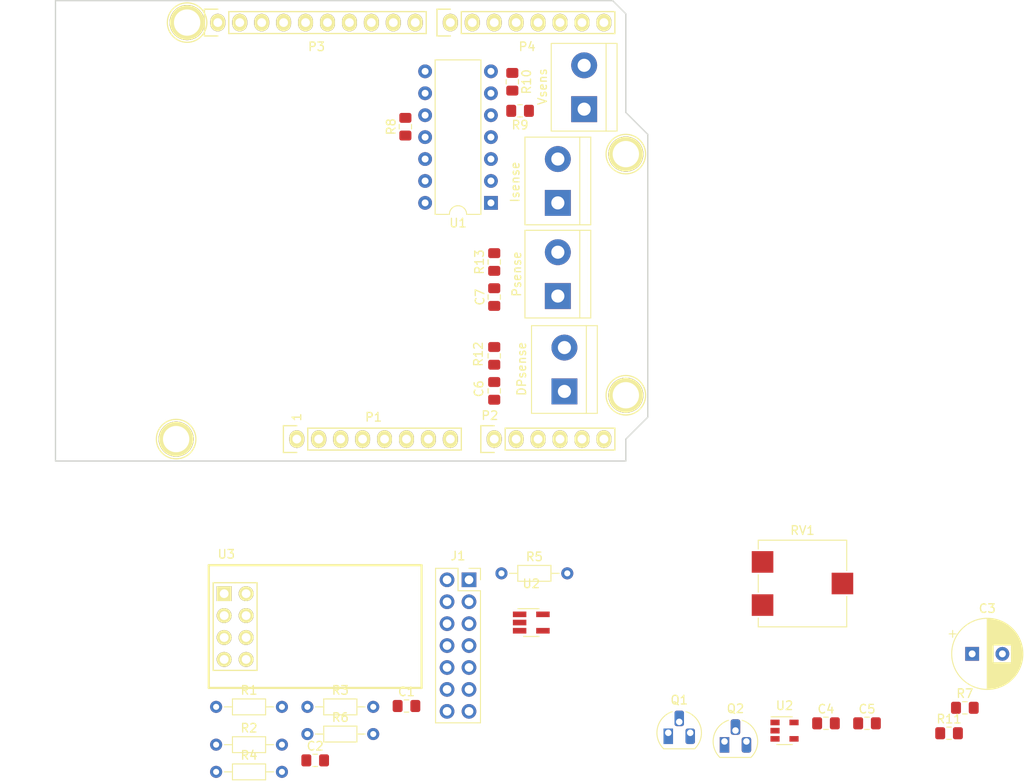
<source format=kicad_pcb>
(kicad_pcb (version 20171130) (host pcbnew "(5.1.5-0-10_14)")

  (general
    (thickness 1.6)
    (drawings 27)
    (tracks 0)
    (zones 0)
    (modules 40)
    (nets 36)
  )

  (page A4)
  (title_block
    (date "lun. 30 mars 2015")
  )

  (layers
    (0 F.Cu signal)
    (31 B.Cu signal)
    (32 B.Adhes user)
    (33 F.Adhes user)
    (34 B.Paste user)
    (35 F.Paste user)
    (36 B.SilkS user)
    (37 F.SilkS user)
    (38 B.Mask user)
    (39 F.Mask user)
    (40 Dwgs.User user)
    (41 Cmts.User user)
    (42 Eco1.User user)
    (43 Eco2.User user)
    (44 Edge.Cuts user)
    (45 Margin user)
    (46 B.CrtYd user)
    (47 F.CrtYd user)
    (48 B.Fab user)
    (49 F.Fab user hide)
  )

  (setup
    (last_trace_width 0.25)
    (trace_clearance 0.2)
    (zone_clearance 0.508)
    (zone_45_only no)
    (trace_min 0.2)
    (via_size 0.6)
    (via_drill 0.4)
    (via_min_size 0.4)
    (via_min_drill 0.3)
    (uvia_size 0.3)
    (uvia_drill 0.1)
    (uvias_allowed no)
    (uvia_min_size 0.2)
    (uvia_min_drill 0.1)
    (edge_width 0.15)
    (segment_width 0.15)
    (pcb_text_width 0.3)
    (pcb_text_size 1.5 1.5)
    (mod_edge_width 0.15)
    (mod_text_size 1 1)
    (mod_text_width 0.15)
    (pad_size 4.064 4.064)
    (pad_drill 3.048)
    (pad_to_mask_clearance 0)
    (aux_axis_origin 110.998 126.365)
    (grid_origin 110.998 126.365)
    (visible_elements FFFFFF7F)
    (pcbplotparams
      (layerselection 0x00030_80000001)
      (usegerberextensions false)
      (usegerberattributes false)
      (usegerberadvancedattributes false)
      (creategerberjobfile false)
      (excludeedgelayer true)
      (linewidth 0.100000)
      (plotframeref false)
      (viasonmask false)
      (mode 1)
      (useauxorigin false)
      (hpglpennumber 1)
      (hpglpenspeed 20)
      (hpglpendiameter 15.000000)
      (psnegative false)
      (psa4output false)
      (plotreference true)
      (plotvalue true)
      (plotinvisibletext false)
      (padsonsilk false)
      (subtractmaskfromsilk false)
      (outputformat 1)
      (mirror false)
      (drillshape 1)
      (scaleselection 1)
      (outputdirectory ""))
  )

  (net 0 "")
  (net 1 +5V)
  (net 2 GND)
  (net 3 /Vin)
  (net 4 "/A4(SDA)")
  (net 5 "/A5(SCL)")
  (net 6 "/9(**)")
  (net 7 /8)
  (net 8 "/3(**)")
  (net 9 /2)
  (net 10 "/13(SCK)")
  (net 11 +3V3)
  (net 12 "/12(MISO)")
  (net 13 "/11(**_MOSI)")
  (net 14 "/10(**_SS)")
  (net 15 "Net-(R1-Pad1)")
  (net 16 "Net-(Q2-Pad3)")
  (net 17 "Net-(R5-Pad1)")
  (net 18 "Net-(C4-Pad1)")
  (net 19 /A0)
  (net 20 /A1)
  (net 21 "Net-(C5-Pad1)")
  (net 22 /A2)
  (net 23 /A3)
  (net 24 "Net-(J1-Pad3)")
  (net 25 "Net-(J2-Pad1)")
  (net 26 "Net-(J2-Pad2)")
  (net 27 "Net-(J3-Pad1)")
  (net 28 "Net-(J4-Pad2)")
  (net 29 "Net-(J5-Pad2)")
  (net 30 "/5(**)")
  (net 31 /4)
  (net 32 "Net-(Q1-Pad3)")
  (net 33 "Net-(Q1-Pad2)")
  (net 34 "Net-(Q2-Pad2)")
  (net 35 "Net-(R7-Pad1)")

  (net_class Default "This is the default net class."
    (clearance 0.2)
    (trace_width 0.25)
    (via_dia 0.6)
    (via_drill 0.4)
    (uvia_dia 0.3)
    (uvia_drill 0.1)
    (add_net +3V3)
    (add_net +5V)
    (add_net "/0(Rx)")
    (add_net "/1(Tx)")
    (add_net "/10(**_SS)")
    (add_net "/11(**_MOSI)")
    (add_net "/12(MISO)")
    (add_net "/13(SCK)")
    (add_net /2)
    (add_net "/3(**)")
    (add_net /4)
    (add_net "/5(**)")
    (add_net "/6(**)")
    (add_net /7)
    (add_net /8)
    (add_net "/9(**)")
    (add_net /A0)
    (add_net /A1)
    (add_net /A2)
    (add_net /A3)
    (add_net "/A4(SDA)")
    (add_net "/A5(SCL)")
    (add_net /AREF)
    (add_net /IOREF)
    (add_net /Reset)
    (add_net /Vin)
    (add_net GND)
    (add_net "Net-(C4-Pad1)")
    (add_net "Net-(C5-Pad1)")
    (add_net "Net-(J1-Pad10)")
    (add_net "Net-(J1-Pad3)")
    (add_net "Net-(J1-Pad7)")
    (add_net "Net-(J1-Pad8)")
    (add_net "Net-(J1-Pad9)")
    (add_net "Net-(J2-Pad1)")
    (add_net "Net-(J2-Pad2)")
    (add_net "Net-(J3-Pad1)")
    (add_net "Net-(J4-Pad2)")
    (add_net "Net-(J5-Pad2)")
    (add_net "Net-(P1-Pad1)")
    (add_net "Net-(P5-Pad1)")
    (add_net "Net-(P6-Pad1)")
    (add_net "Net-(P7-Pad1)")
    (add_net "Net-(P8-Pad1)")
    (add_net "Net-(Q1-Pad2)")
    (add_net "Net-(Q1-Pad3)")
    (add_net "Net-(Q2-Pad2)")
    (add_net "Net-(Q2-Pad3)")
    (add_net "Net-(R1-Pad1)")
    (add_net "Net-(R5-Pad1)")
    (add_net "Net-(R7-Pad1)")
    (add_net "Net-(U2-Pad4)")
    (add_net "Net-(U3-Pad4)")
  )

  (module Package_TO_SOT_SMD:SOT-23-5_HandSoldering (layer F.Cu) (tedit 5A0AB76C) (tstamp 5EAD478C)
    (at 166.088 145.0795)
    (descr "5-pin SOT23 package")
    (tags "SOT-23-5 hand-soldering")
    (path /5EAEDB67)
    (attr smd)
    (fp_text reference U2 (at 0 -4.5) (layer F.SilkS)
      (effects (font (size 1 1) (thickness 0.15)))
    )
    (fp_text value AMS1117 (at 0 4.5) (layer F.Fab)
      (effects (font (size 1 1) (thickness 0.15)))
    )
    (fp_line (start 2.38 1.8) (end -2.38 1.8) (layer F.CrtYd) (width 0.05))
    (fp_line (start 2.38 1.8) (end 2.38 -1.8) (layer F.CrtYd) (width 0.05))
    (fp_line (start -2.38 -1.8) (end -2.38 1.8) (layer F.CrtYd) (width 0.05))
    (fp_line (start -2.38 -1.8) (end 2.38 -1.8) (layer F.CrtYd) (width 0.05))
    (fp_line (start 0.9 -1.55) (end 0.9 1.55) (layer F.Fab) (width 0.1))
    (fp_line (start 0.9 1.55) (end -0.9 1.55) (layer F.Fab) (width 0.1))
    (fp_line (start -0.9 -0.9) (end -0.9 1.55) (layer F.Fab) (width 0.1))
    (fp_line (start 0.9 -1.55) (end -0.25 -1.55) (layer F.Fab) (width 0.1))
    (fp_line (start -0.9 -0.9) (end -0.25 -1.55) (layer F.Fab) (width 0.1))
    (fp_line (start 0.9 -1.61) (end -1.55 -1.61) (layer F.SilkS) (width 0.12))
    (fp_line (start -0.9 1.61) (end 0.9 1.61) (layer F.SilkS) (width 0.12))
    (fp_text user %R (at 0 0 90) (layer F.Fab)
      (effects (font (size 0.8 0.8) (thickness 0.12)))
    )
    (pad 5 smd rect (at 1.35 -0.95) (size 1.56 0.65) (layers F.Cu F.Paste F.Mask))
    (pad 4 smd rect (at 1.35 0.95) (size 1.56 0.65) (layers F.Cu F.Paste F.Mask))
    (pad 3 smd rect (at -1.35 0.95) (size 1.56 0.65) (layers F.Cu F.Paste F.Mask)
      (net 3 /Vin))
    (pad 2 smd rect (at -1.35 0) (size 1.56 0.65) (layers F.Cu F.Paste F.Mask)
      (net 11 +3V3))
    (pad 1 smd rect (at -1.35 -0.95) (size 1.56 0.65) (layers F.Cu F.Paste F.Mask)
      (net 2 GND))
    (model ${KISYS3DMOD}/Package_TO_SOT_SMD.3dshapes/SOT-23-5.wrl
      (at (xyz 0 0 0))
      (scale (xyz 1 1 1))
      (rotate (xyz 0 0 0))
    )
  )

  (module ESP8266:ESP-01 (layer F.Cu) (tedit 577EF889) (tstamp 5EAD47AA)
    (at 130.528 141.7335)
    (descr "Module, ESP-8266, ESP-01, 8 pin")
    (tags "Module ESP-8266 ESP8266")
    (path /5EAB519A)
    (fp_text reference U3 (at 0.254 -4.572) (layer F.SilkS)
      (effects (font (size 1 1) (thickness 0.15)))
    )
    (fp_text value ESP-01v090 (at 12.192 3.556) (layer F.Fab)
      (effects (font (size 1 1) (thickness 0.15)))
    )
    (fp_line (start 3.81 -1.27) (end 1.27 -1.27) (layer F.SilkS) (width 0.1524))
    (fp_line (start 3.81 8.89) (end 3.81 -1.27) (layer F.SilkS) (width 0.1524))
    (fp_line (start -1.27 8.89) (end 3.81 8.89) (layer F.SilkS) (width 0.1524))
    (fp_line (start -1.27 1.27) (end -1.27 8.89) (layer F.SilkS) (width 0.1524))
    (fp_line (start -1.75 9.4) (end 4.3 9.4) (layer F.CrtYd) (width 0.05))
    (fp_line (start -1.75 -1.75) (end 4.3 -1.75) (layer F.CrtYd) (width 0.05))
    (fp_line (start 4.3 -1.75) (end 4.3 9.4) (layer F.CrtYd) (width 0.05))
    (fp_line (start -1.75 -1.75) (end -1.75 9.4) (layer F.CrtYd) (width 0.05))
    (fp_line (start -1.27 -1.27) (end -1.27 1.27) (layer F.SilkS) (width 0.1524))
    (fp_line (start 1.27 -1.27) (end -1.27 -1.27) (layer F.SilkS) (width 0.1524))
    (fp_line (start -1.778 10.922) (end -1.778 -3.302) (layer F.Fab) (width 0.05))
    (fp_line (start 22.86 10.922) (end -1.778 10.922) (layer F.Fab) (width 0.05))
    (fp_line (start 22.86 -3.302) (end 22.86 10.922) (layer F.Fab) (width 0.05))
    (fp_line (start -1.778 -3.302) (end 22.86 -3.302) (layer F.Fab) (width 0.05))
    (fp_line (start -1.778 10.922) (end -1.778 -3.302) (layer F.SilkS) (width 0.254))
    (fp_line (start 22.86 10.922) (end -1.778 10.922) (layer F.SilkS) (width 0.254))
    (fp_line (start 22.86 -3.302) (end 22.86 10.922) (layer F.SilkS) (width 0.254))
    (fp_line (start -1.778 -3.302) (end 22.86 -3.302) (layer F.SilkS) (width 0.254))
    (pad 8 thru_hole oval (at 2.54 7.62) (size 1.7272 1.7272) (drill 1.016) (layers *.Cu *.Mask F.SilkS)
      (net 17 "Net-(R5-Pad1)"))
    (pad 7 thru_hole oval (at 0 7.62) (size 1.7272 1.7272) (drill 1.016) (layers *.Cu *.Mask F.SilkS)
      (net 11 +3V3))
    (pad 6 thru_hole oval (at 2.54 5.08) (size 1.7272 1.7272) (drill 1.016) (layers *.Cu *.Mask F.SilkS)
      (net 16 "Net-(Q2-Pad3)"))
    (pad 5 thru_hole oval (at 0 5.08) (size 1.7272 1.7272) (drill 1.016) (layers *.Cu *.Mask F.SilkS)
      (net 32 "Net-(Q1-Pad3)"))
    (pad 4 thru_hole oval (at 2.54 2.54) (size 1.7272 1.7272) (drill 1.016) (layers *.Cu *.Mask F.SilkS))
    (pad 3 thru_hole oval (at 0 2.54) (size 1.7272 1.7272) (drill 1.016) (layers *.Cu *.Mask F.SilkS)
      (net 15 "Net-(R1-Pad1)"))
    (pad 2 thru_hole oval (at 2.54 0) (size 1.7272 1.7272) (drill 1.016) (layers *.Cu *.Mask F.SilkS)
      (net 2 GND))
    (pad 1 thru_hole rect (at 0 0) (size 1.7272 1.7272) (drill 1.016) (layers *.Cu *.Mask F.SilkS)
      (net 8 "/3(**)"))
  )

  (module Resistor_THT:R_Axial_DIN0204_L3.6mm_D1.6mm_P7.62mm_Horizontal (layer F.Cu) (tedit 5AE5139B) (tstamp 5EAD4776)
    (at 140.168 157.9995)
    (descr "Resistor, Axial_DIN0204 series, Axial, Horizontal, pin pitch=7.62mm, 0.167W, length*diameter=3.6*1.6mm^2, http://cdn-reichelt.de/documents/datenblatt/B400/1_4W%23YAG.pdf")
    (tags "Resistor Axial_DIN0204 series Axial Horizontal pin pitch 7.62mm 0.167W length 3.6mm diameter 1.6mm")
    (path /5EB1D1D3)
    (fp_text reference R6 (at 3.81 -1.92) (layer F.SilkS)
      (effects (font (size 1 1) (thickness 0.15)))
    )
    (fp_text value 1k (at 3.81 1.92) (layer F.Fab)
      (effects (font (size 1 1) (thickness 0.15)))
    )
    (fp_text user %R (at 3.81 0) (layer F.Fab)
      (effects (font (size 0.72 0.72) (thickness 0.108)))
    )
    (fp_line (start 8.57 -1.05) (end -0.95 -1.05) (layer F.CrtYd) (width 0.05))
    (fp_line (start 8.57 1.05) (end 8.57 -1.05) (layer F.CrtYd) (width 0.05))
    (fp_line (start -0.95 1.05) (end 8.57 1.05) (layer F.CrtYd) (width 0.05))
    (fp_line (start -0.95 -1.05) (end -0.95 1.05) (layer F.CrtYd) (width 0.05))
    (fp_line (start 6.68 0) (end 5.73 0) (layer F.SilkS) (width 0.12))
    (fp_line (start 0.94 0) (end 1.89 0) (layer F.SilkS) (width 0.12))
    (fp_line (start 5.73 -0.92) (end 1.89 -0.92) (layer F.SilkS) (width 0.12))
    (fp_line (start 5.73 0.92) (end 5.73 -0.92) (layer F.SilkS) (width 0.12))
    (fp_line (start 1.89 0.92) (end 5.73 0.92) (layer F.SilkS) (width 0.12))
    (fp_line (start 1.89 -0.92) (end 1.89 0.92) (layer F.SilkS) (width 0.12))
    (fp_line (start 7.62 0) (end 5.61 0) (layer F.Fab) (width 0.1))
    (fp_line (start 0 0) (end 2.01 0) (layer F.Fab) (width 0.1))
    (fp_line (start 5.61 -0.8) (end 2.01 -0.8) (layer F.Fab) (width 0.1))
    (fp_line (start 5.61 0.8) (end 5.61 -0.8) (layer F.Fab) (width 0.1))
    (fp_line (start 2.01 0.8) (end 5.61 0.8) (layer F.Fab) (width 0.1))
    (fp_line (start 2.01 -0.8) (end 2.01 0.8) (layer F.Fab) (width 0.1))
    (pad 2 thru_hole oval (at 7.62 0) (size 1.4 1.4) (drill 0.7) (layers *.Cu *.Mask)
      (net 17 "Net-(R5-Pad1)"))
    (pad 1 thru_hole circle (at 0 0) (size 1.4 1.4) (drill 0.7) (layers *.Cu *.Mask)
      (net 2 GND))
    (model ${KISYS3DMOD}/Resistor_THT.3dshapes/R_Axial_DIN0204_L3.6mm_D1.6mm_P7.62mm_Horizontal.wrl
      (at (xyz 0 0 0))
      (scale (xyz 1 1 1))
      (rotate (xyz 0 0 0))
    )
  )

  (module Resistor_THT:R_Axial_DIN0204_L3.6mm_D1.6mm_P7.62mm_Horizontal (layer F.Cu) (tedit 5AE5139B) (tstamp 5EAD475F)
    (at 162.638 139.3795)
    (descr "Resistor, Axial_DIN0204 series, Axial, Horizontal, pin pitch=7.62mm, 0.167W, length*diameter=3.6*1.6mm^2, http://cdn-reichelt.de/documents/datenblatt/B400/1_4W%23YAG.pdf")
    (tags "Resistor Axial_DIN0204 series Axial Horizontal pin pitch 7.62mm 0.167W length 3.6mm diameter 1.6mm")
    (path /5EB14EC4)
    (fp_text reference R5 (at 3.81 -1.92) (layer F.SilkS)
      (effects (font (size 1 1) (thickness 0.15)))
    )
    (fp_text value 1k (at 3.81 1.92) (layer F.Fab)
      (effects (font (size 1 1) (thickness 0.15)))
    )
    (fp_text user %R (at 3.81 0) (layer F.Fab)
      (effects (font (size 0.72 0.72) (thickness 0.108)))
    )
    (fp_line (start 8.57 -1.05) (end -0.95 -1.05) (layer F.CrtYd) (width 0.05))
    (fp_line (start 8.57 1.05) (end 8.57 -1.05) (layer F.CrtYd) (width 0.05))
    (fp_line (start -0.95 1.05) (end 8.57 1.05) (layer F.CrtYd) (width 0.05))
    (fp_line (start -0.95 -1.05) (end -0.95 1.05) (layer F.CrtYd) (width 0.05))
    (fp_line (start 6.68 0) (end 5.73 0) (layer F.SilkS) (width 0.12))
    (fp_line (start 0.94 0) (end 1.89 0) (layer F.SilkS) (width 0.12))
    (fp_line (start 5.73 -0.92) (end 1.89 -0.92) (layer F.SilkS) (width 0.12))
    (fp_line (start 5.73 0.92) (end 5.73 -0.92) (layer F.SilkS) (width 0.12))
    (fp_line (start 1.89 0.92) (end 5.73 0.92) (layer F.SilkS) (width 0.12))
    (fp_line (start 1.89 -0.92) (end 1.89 0.92) (layer F.SilkS) (width 0.12))
    (fp_line (start 7.62 0) (end 5.61 0) (layer F.Fab) (width 0.1))
    (fp_line (start 0 0) (end 2.01 0) (layer F.Fab) (width 0.1))
    (fp_line (start 5.61 -0.8) (end 2.01 -0.8) (layer F.Fab) (width 0.1))
    (fp_line (start 5.61 0.8) (end 5.61 -0.8) (layer F.Fab) (width 0.1))
    (fp_line (start 2.01 0.8) (end 5.61 0.8) (layer F.Fab) (width 0.1))
    (fp_line (start 2.01 -0.8) (end 2.01 0.8) (layer F.Fab) (width 0.1))
    (pad 2 thru_hole oval (at 7.62 0) (size 1.4 1.4) (drill 0.7) (layers *.Cu *.Mask)
      (net 9 /2))
    (pad 1 thru_hole circle (at 0 0) (size 1.4 1.4) (drill 0.7) (layers *.Cu *.Mask)
      (net 17 "Net-(R5-Pad1)"))
    (model ${KISYS3DMOD}/Resistor_THT.3dshapes/R_Axial_DIN0204_L3.6mm_D1.6mm_P7.62mm_Horizontal.wrl
      (at (xyz 0 0 0))
      (scale (xyz 1 1 1))
      (rotate (xyz 0 0 0))
    )
  )

  (module Resistor_THT:R_Axial_DIN0204_L3.6mm_D1.6mm_P7.62mm_Horizontal (layer F.Cu) (tedit 5AE5139B) (tstamp 5EAD4748)
    (at 129.598 162.3795)
    (descr "Resistor, Axial_DIN0204 series, Axial, Horizontal, pin pitch=7.62mm, 0.167W, length*diameter=3.6*1.6mm^2, http://cdn-reichelt.de/documents/datenblatt/B400/1_4W%23YAG.pdf")
    (tags "Resistor Axial_DIN0204 series Axial Horizontal pin pitch 7.62mm 0.167W length 3.6mm diameter 1.6mm")
    (path /5EABF447)
    (fp_text reference R4 (at 3.81 -1.92) (layer F.SilkS)
      (effects (font (size 1 1) (thickness 0.15)))
    )
    (fp_text value 4.7k (at 3.81 1.92) (layer F.Fab)
      (effects (font (size 1 1) (thickness 0.15)))
    )
    (fp_text user %R (at 3.81 0) (layer F.Fab)
      (effects (font (size 0.72 0.72) (thickness 0.108)))
    )
    (fp_line (start 8.57 -1.05) (end -0.95 -1.05) (layer F.CrtYd) (width 0.05))
    (fp_line (start 8.57 1.05) (end 8.57 -1.05) (layer F.CrtYd) (width 0.05))
    (fp_line (start -0.95 1.05) (end 8.57 1.05) (layer F.CrtYd) (width 0.05))
    (fp_line (start -0.95 -1.05) (end -0.95 1.05) (layer F.CrtYd) (width 0.05))
    (fp_line (start 6.68 0) (end 5.73 0) (layer F.SilkS) (width 0.12))
    (fp_line (start 0.94 0) (end 1.89 0) (layer F.SilkS) (width 0.12))
    (fp_line (start 5.73 -0.92) (end 1.89 -0.92) (layer F.SilkS) (width 0.12))
    (fp_line (start 5.73 0.92) (end 5.73 -0.92) (layer F.SilkS) (width 0.12))
    (fp_line (start 1.89 0.92) (end 5.73 0.92) (layer F.SilkS) (width 0.12))
    (fp_line (start 1.89 -0.92) (end 1.89 0.92) (layer F.SilkS) (width 0.12))
    (fp_line (start 7.62 0) (end 5.61 0) (layer F.Fab) (width 0.1))
    (fp_line (start 0 0) (end 2.01 0) (layer F.Fab) (width 0.1))
    (fp_line (start 5.61 -0.8) (end 2.01 -0.8) (layer F.Fab) (width 0.1))
    (fp_line (start 5.61 0.8) (end 5.61 -0.8) (layer F.Fab) (width 0.1))
    (fp_line (start 2.01 0.8) (end 5.61 0.8) (layer F.Fab) (width 0.1))
    (fp_line (start 2.01 -0.8) (end 2.01 0.8) (layer F.Fab) (width 0.1))
    (pad 2 thru_hole oval (at 7.62 0) (size 1.4 1.4) (drill 0.7) (layers *.Cu *.Mask)
      (net 11 +3V3))
    (pad 1 thru_hole circle (at 0 0) (size 1.4 1.4) (drill 0.7) (layers *.Cu *.Mask)
      (net 16 "Net-(Q2-Pad3)"))
    (model ${KISYS3DMOD}/Resistor_THT.3dshapes/R_Axial_DIN0204_L3.6mm_D1.6mm_P7.62mm_Horizontal.wrl
      (at (xyz 0 0 0))
      (scale (xyz 1 1 1))
      (rotate (xyz 0 0 0))
    )
  )

  (module Resistor_THT:R_Axial_DIN0204_L3.6mm_D1.6mm_P7.62mm_Horizontal (layer F.Cu) (tedit 5AE5139B) (tstamp 5EAD4731)
    (at 140.168 154.8495)
    (descr "Resistor, Axial_DIN0204 series, Axial, Horizontal, pin pitch=7.62mm, 0.167W, length*diameter=3.6*1.6mm^2, http://cdn-reichelt.de/documents/datenblatt/B400/1_4W%23YAG.pdf")
    (tags "Resistor Axial_DIN0204 series Axial Horizontal pin pitch 7.62mm 0.167W length 3.6mm diameter 1.6mm")
    (path /5EABE322)
    (fp_text reference R3 (at 3.81 -1.92) (layer F.SilkS)
      (effects (font (size 1 1) (thickness 0.15)))
    )
    (fp_text value 10k (at 3.81 1.92) (layer F.Fab)
      (effects (font (size 1 1) (thickness 0.15)))
    )
    (fp_text user %R (at 3.81 0) (layer F.Fab)
      (effects (font (size 0.72 0.72) (thickness 0.108)))
    )
    (fp_line (start 8.57 -1.05) (end -0.95 -1.05) (layer F.CrtYd) (width 0.05))
    (fp_line (start 8.57 1.05) (end 8.57 -1.05) (layer F.CrtYd) (width 0.05))
    (fp_line (start -0.95 1.05) (end 8.57 1.05) (layer F.CrtYd) (width 0.05))
    (fp_line (start -0.95 -1.05) (end -0.95 1.05) (layer F.CrtYd) (width 0.05))
    (fp_line (start 6.68 0) (end 5.73 0) (layer F.SilkS) (width 0.12))
    (fp_line (start 0.94 0) (end 1.89 0) (layer F.SilkS) (width 0.12))
    (fp_line (start 5.73 -0.92) (end 1.89 -0.92) (layer F.SilkS) (width 0.12))
    (fp_line (start 5.73 0.92) (end 5.73 -0.92) (layer F.SilkS) (width 0.12))
    (fp_line (start 1.89 0.92) (end 5.73 0.92) (layer F.SilkS) (width 0.12))
    (fp_line (start 1.89 -0.92) (end 1.89 0.92) (layer F.SilkS) (width 0.12))
    (fp_line (start 7.62 0) (end 5.61 0) (layer F.Fab) (width 0.1))
    (fp_line (start 0 0) (end 2.01 0) (layer F.Fab) (width 0.1))
    (fp_line (start 5.61 -0.8) (end 2.01 -0.8) (layer F.Fab) (width 0.1))
    (fp_line (start 5.61 0.8) (end 5.61 -0.8) (layer F.Fab) (width 0.1))
    (fp_line (start 2.01 0.8) (end 5.61 0.8) (layer F.Fab) (width 0.1))
    (fp_line (start 2.01 -0.8) (end 2.01 0.8) (layer F.Fab) (width 0.1))
    (pad 2 thru_hole oval (at 7.62 0) (size 1.4 1.4) (drill 0.7) (layers *.Cu *.Mask)
      (net 31 /4))
    (pad 1 thru_hole circle (at 0 0) (size 1.4 1.4) (drill 0.7) (layers *.Cu *.Mask)
      (net 34 "Net-(Q2-Pad2)"))
    (model ${KISYS3DMOD}/Resistor_THT.3dshapes/R_Axial_DIN0204_L3.6mm_D1.6mm_P7.62mm_Horizontal.wrl
      (at (xyz 0 0 0))
      (scale (xyz 1 1 1))
      (rotate (xyz 0 0 0))
    )
  )

  (module Resistor_THT:R_Axial_DIN0204_L3.6mm_D1.6mm_P7.62mm_Horizontal (layer F.Cu) (tedit 5AE5139B) (tstamp 5EAD471A)
    (at 129.598 159.2295)
    (descr "Resistor, Axial_DIN0204 series, Axial, Horizontal, pin pitch=7.62mm, 0.167W, length*diameter=3.6*1.6mm^2, http://cdn-reichelt.de/documents/datenblatt/B400/1_4W%23YAG.pdf")
    (tags "Resistor Axial_DIN0204 series Axial Horizontal pin pitch 7.62mm 0.167W length 3.6mm diameter 1.6mm")
    (path /5EABEF2B)
    (fp_text reference R2 (at 3.81 -1.92) (layer F.SilkS)
      (effects (font (size 1 1) (thickness 0.15)))
    )
    (fp_text value 10k (at 3.81 1.92) (layer F.Fab)
      (effects (font (size 1 1) (thickness 0.15)))
    )
    (fp_text user %R (at 3.81 0) (layer F.Fab)
      (effects (font (size 0.72 0.72) (thickness 0.108)))
    )
    (fp_line (start 8.57 -1.05) (end -0.95 -1.05) (layer F.CrtYd) (width 0.05))
    (fp_line (start 8.57 1.05) (end 8.57 -1.05) (layer F.CrtYd) (width 0.05))
    (fp_line (start -0.95 1.05) (end 8.57 1.05) (layer F.CrtYd) (width 0.05))
    (fp_line (start -0.95 -1.05) (end -0.95 1.05) (layer F.CrtYd) (width 0.05))
    (fp_line (start 6.68 0) (end 5.73 0) (layer F.SilkS) (width 0.12))
    (fp_line (start 0.94 0) (end 1.89 0) (layer F.SilkS) (width 0.12))
    (fp_line (start 5.73 -0.92) (end 1.89 -0.92) (layer F.SilkS) (width 0.12))
    (fp_line (start 5.73 0.92) (end 5.73 -0.92) (layer F.SilkS) (width 0.12))
    (fp_line (start 1.89 0.92) (end 5.73 0.92) (layer F.SilkS) (width 0.12))
    (fp_line (start 1.89 -0.92) (end 1.89 0.92) (layer F.SilkS) (width 0.12))
    (fp_line (start 7.62 0) (end 5.61 0) (layer F.Fab) (width 0.1))
    (fp_line (start 0 0) (end 2.01 0) (layer F.Fab) (width 0.1))
    (fp_line (start 5.61 -0.8) (end 2.01 -0.8) (layer F.Fab) (width 0.1))
    (fp_line (start 5.61 0.8) (end 5.61 -0.8) (layer F.Fab) (width 0.1))
    (fp_line (start 2.01 0.8) (end 5.61 0.8) (layer F.Fab) (width 0.1))
    (fp_line (start 2.01 -0.8) (end 2.01 0.8) (layer F.Fab) (width 0.1))
    (pad 2 thru_hole oval (at 7.62 0) (size 1.4 1.4) (drill 0.7) (layers *.Cu *.Mask)
      (net 30 "/5(**)"))
    (pad 1 thru_hole circle (at 0 0) (size 1.4 1.4) (drill 0.7) (layers *.Cu *.Mask)
      (net 33 "Net-(Q1-Pad2)"))
    (model ${KISYS3DMOD}/Resistor_THT.3dshapes/R_Axial_DIN0204_L3.6mm_D1.6mm_P7.62mm_Horizontal.wrl
      (at (xyz 0 0 0))
      (scale (xyz 1 1 1))
      (rotate (xyz 0 0 0))
    )
  )

  (module Resistor_THT:R_Axial_DIN0204_L3.6mm_D1.6mm_P7.62mm_Horizontal (layer F.Cu) (tedit 5AE5139B) (tstamp 5EAD4703)
    (at 129.598 154.8495)
    (descr "Resistor, Axial_DIN0204 series, Axial, Horizontal, pin pitch=7.62mm, 0.167W, length*diameter=3.6*1.6mm^2, http://cdn-reichelt.de/documents/datenblatt/B400/1_4W%23YAG.pdf")
    (tags "Resistor Axial_DIN0204 series Axial Horizontal pin pitch 7.62mm 0.167W length 3.6mm diameter 1.6mm")
    (path /5EB2C47F)
    (fp_text reference R1 (at 3.81 -1.92) (layer F.SilkS)
      (effects (font (size 1 1) (thickness 0.15)))
    )
    (fp_text value 10k (at 3.81 1.92) (layer F.Fab)
      (effects (font (size 1 1) (thickness 0.15)))
    )
    (fp_text user %R (at 3.81 0) (layer F.Fab)
      (effects (font (size 0.72 0.72) (thickness 0.108)))
    )
    (fp_line (start 8.57 -1.05) (end -0.95 -1.05) (layer F.CrtYd) (width 0.05))
    (fp_line (start 8.57 1.05) (end 8.57 -1.05) (layer F.CrtYd) (width 0.05))
    (fp_line (start -0.95 1.05) (end 8.57 1.05) (layer F.CrtYd) (width 0.05))
    (fp_line (start -0.95 -1.05) (end -0.95 1.05) (layer F.CrtYd) (width 0.05))
    (fp_line (start 6.68 0) (end 5.73 0) (layer F.SilkS) (width 0.12))
    (fp_line (start 0.94 0) (end 1.89 0) (layer F.SilkS) (width 0.12))
    (fp_line (start 5.73 -0.92) (end 1.89 -0.92) (layer F.SilkS) (width 0.12))
    (fp_line (start 5.73 0.92) (end 5.73 -0.92) (layer F.SilkS) (width 0.12))
    (fp_line (start 1.89 0.92) (end 5.73 0.92) (layer F.SilkS) (width 0.12))
    (fp_line (start 1.89 -0.92) (end 1.89 0.92) (layer F.SilkS) (width 0.12))
    (fp_line (start 7.62 0) (end 5.61 0) (layer F.Fab) (width 0.1))
    (fp_line (start 0 0) (end 2.01 0) (layer F.Fab) (width 0.1))
    (fp_line (start 5.61 -0.8) (end 2.01 -0.8) (layer F.Fab) (width 0.1))
    (fp_line (start 5.61 0.8) (end 5.61 -0.8) (layer F.Fab) (width 0.1))
    (fp_line (start 2.01 0.8) (end 5.61 0.8) (layer F.Fab) (width 0.1))
    (fp_line (start 2.01 -0.8) (end 2.01 0.8) (layer F.Fab) (width 0.1))
    (pad 2 thru_hole oval (at 7.62 0) (size 1.4 1.4) (drill 0.7) (layers *.Cu *.Mask)
      (net 11 +3V3))
    (pad 1 thru_hole circle (at 0 0) (size 1.4 1.4) (drill 0.7) (layers *.Cu *.Mask)
      (net 15 "Net-(R1-Pad1)"))
    (model ${KISYS3DMOD}/Resistor_THT.3dshapes/R_Axial_DIN0204_L3.6mm_D1.6mm_P7.62mm_Horizontal.wrl
      (at (xyz 0 0 0))
      (scale (xyz 1 1 1))
      (rotate (xyz 0 0 0))
    )
  )

  (module Connector_PinSocket_2.54mm:PinSocket_2x07_P2.54mm_Vertical (layer F.Cu) (tedit 5A19A421) (tstamp 5EAD4614)
    (at 158.878 140.1295)
    (descr "Through hole straight socket strip, 2x07, 2.54mm pitch, double cols (from Kicad 4.0.7), script generated")
    (tags "Through hole socket strip THT 2x07 2.54mm double row")
    (path /5EAA613B)
    (fp_text reference J1 (at -1.27 -2.77) (layer F.SilkS)
      (effects (font (size 1 1) (thickness 0.15)))
    )
    (fp_text value Conn_02x07_Odd_Even (at -1.27 18.01) (layer F.Fab)
      (effects (font (size 1 1) (thickness 0.15)))
    )
    (fp_text user %R (at -1.27 7.62 90) (layer F.Fab)
      (effects (font (size 1 1) (thickness 0.15)))
    )
    (fp_line (start -4.34 17) (end -4.34 -1.8) (layer F.CrtYd) (width 0.05))
    (fp_line (start 1.76 17) (end -4.34 17) (layer F.CrtYd) (width 0.05))
    (fp_line (start 1.76 -1.8) (end 1.76 17) (layer F.CrtYd) (width 0.05))
    (fp_line (start -4.34 -1.8) (end 1.76 -1.8) (layer F.CrtYd) (width 0.05))
    (fp_line (start 0 -1.33) (end 1.33 -1.33) (layer F.SilkS) (width 0.12))
    (fp_line (start 1.33 -1.33) (end 1.33 0) (layer F.SilkS) (width 0.12))
    (fp_line (start -1.27 -1.33) (end -1.27 1.27) (layer F.SilkS) (width 0.12))
    (fp_line (start -1.27 1.27) (end 1.33 1.27) (layer F.SilkS) (width 0.12))
    (fp_line (start 1.33 1.27) (end 1.33 16.57) (layer F.SilkS) (width 0.12))
    (fp_line (start -3.87 16.57) (end 1.33 16.57) (layer F.SilkS) (width 0.12))
    (fp_line (start -3.87 -1.33) (end -3.87 16.57) (layer F.SilkS) (width 0.12))
    (fp_line (start -3.87 -1.33) (end -1.27 -1.33) (layer F.SilkS) (width 0.12))
    (fp_line (start -3.81 16.51) (end -3.81 -1.27) (layer F.Fab) (width 0.1))
    (fp_line (start 1.27 16.51) (end -3.81 16.51) (layer F.Fab) (width 0.1))
    (fp_line (start 1.27 -0.27) (end 1.27 16.51) (layer F.Fab) (width 0.1))
    (fp_line (start 0.27 -1.27) (end 1.27 -0.27) (layer F.Fab) (width 0.1))
    (fp_line (start -3.81 -1.27) (end 0.27 -1.27) (layer F.Fab) (width 0.1))
    (pad 14 thru_hole oval (at -2.54 15.24) (size 1.7 1.7) (drill 1) (layers *.Cu *.Mask)
      (net 10 "/13(SCK)"))
    (pad 13 thru_hole oval (at 0 15.24) (size 1.7 1.7) (drill 1) (layers *.Cu *.Mask)
      (net 12 "/12(MISO)"))
    (pad 12 thru_hole oval (at -2.54 12.7) (size 1.7 1.7) (drill 1) (layers *.Cu *.Mask)
      (net 13 "/11(**_MOSI)"))
    (pad 11 thru_hole oval (at 0 12.7) (size 1.7 1.7) (drill 1) (layers *.Cu *.Mask)
      (net 14 "/10(**_SS)"))
    (pad 10 thru_hole oval (at -2.54 10.16) (size 1.7 1.7) (drill 1) (layers *.Cu *.Mask))
    (pad 9 thru_hole oval (at 0 10.16) (size 1.7 1.7) (drill 1) (layers *.Cu *.Mask))
    (pad 8 thru_hole oval (at -2.54 7.62) (size 1.7 1.7) (drill 1) (layers *.Cu *.Mask))
    (pad 7 thru_hole oval (at 0 7.62) (size 1.7 1.7) (drill 1) (layers *.Cu *.Mask))
    (pad 6 thru_hole oval (at -2.54 5.08) (size 1.7 1.7) (drill 1) (layers *.Cu *.Mask)
      (net 6 "/9(**)"))
    (pad 5 thru_hole oval (at 0 5.08) (size 1.7 1.7) (drill 1) (layers *.Cu *.Mask)
      (net 2 GND))
    (pad 4 thru_hole oval (at -2.54 2.54) (size 1.7 1.7) (drill 1) (layers *.Cu *.Mask)
      (net 7 /8))
    (pad 3 thru_hole oval (at 0 2.54) (size 1.7 1.7) (drill 1) (layers *.Cu *.Mask)
      (net 24 "Net-(J1-Pad3)"))
    (pad 2 thru_hole oval (at -2.54 0) (size 1.7 1.7) (drill 1) (layers *.Cu *.Mask)
      (net 1 +5V))
    (pad 1 thru_hole rect (at 0 0) (size 1.7 1.7) (drill 1) (layers *.Cu *.Mask)
      (net 2 GND))
    (model ${KISYS3DMOD}/Connector_PinSocket_2.54mm.3dshapes/PinSocket_2x07_P2.54mm_Vertical.wrl
      (at (xyz 0 0 0))
      (scale (xyz 1 1 1))
      (rotate (xyz 0 0 0))
    )
  )

  (module Capacitor_SMD:C_0805_2012Metric_Pad1.15x1.40mm_HandSolder (layer F.Cu) (tedit 5B36C52B) (tstamp 5EAD45F0)
    (at 141.068 161.0495)
    (descr "Capacitor SMD 0805 (2012 Metric), square (rectangular) end terminal, IPC_7351 nominal with elongated pad for handsoldering. (Body size source: https://docs.google.com/spreadsheets/d/1BsfQQcO9C6DZCsRaXUlFlo91Tg2WpOkGARC1WS5S8t0/edit?usp=sharing), generated with kicad-footprint-generator")
    (tags "capacitor handsolder")
    (path /5EAEF866)
    (attr smd)
    (fp_text reference C2 (at 0 -1.65) (layer F.SilkS)
      (effects (font (size 1 1) (thickness 0.15)))
    )
    (fp_text value 1u (at 0 1.65) (layer F.Fab)
      (effects (font (size 1 1) (thickness 0.15)))
    )
    (fp_text user %R (at 0 0) (layer F.Fab)
      (effects (font (size 0.5 0.5) (thickness 0.08)))
    )
    (fp_line (start 1.85 0.95) (end -1.85 0.95) (layer F.CrtYd) (width 0.05))
    (fp_line (start 1.85 -0.95) (end 1.85 0.95) (layer F.CrtYd) (width 0.05))
    (fp_line (start -1.85 -0.95) (end 1.85 -0.95) (layer F.CrtYd) (width 0.05))
    (fp_line (start -1.85 0.95) (end -1.85 -0.95) (layer F.CrtYd) (width 0.05))
    (fp_line (start -0.261252 0.71) (end 0.261252 0.71) (layer F.SilkS) (width 0.12))
    (fp_line (start -0.261252 -0.71) (end 0.261252 -0.71) (layer F.SilkS) (width 0.12))
    (fp_line (start 1 0.6) (end -1 0.6) (layer F.Fab) (width 0.1))
    (fp_line (start 1 -0.6) (end 1 0.6) (layer F.Fab) (width 0.1))
    (fp_line (start -1 -0.6) (end 1 -0.6) (layer F.Fab) (width 0.1))
    (fp_line (start -1 0.6) (end -1 -0.6) (layer F.Fab) (width 0.1))
    (pad 2 smd roundrect (at 1.025 0) (size 1.15 1.4) (layers F.Cu F.Paste F.Mask) (roundrect_rratio 0.217391)
      (net 2 GND))
    (pad 1 smd roundrect (at -1.025 0) (size 1.15 1.4) (layers F.Cu F.Paste F.Mask) (roundrect_rratio 0.217391)
      (net 11 +3V3))
    (model ${KISYS3DMOD}/Capacitor_SMD.3dshapes/C_0805_2012Metric.wrl
      (at (xyz 0 0 0))
      (scale (xyz 1 1 1))
      (rotate (xyz 0 0 0))
    )
  )

  (module Capacitor_SMD:C_0805_2012Metric_Pad1.15x1.40mm_HandSolder (layer F.Cu) (tedit 5B36C52B) (tstamp 5EAD45DF)
    (at 151.638 154.7495)
    (descr "Capacitor SMD 0805 (2012 Metric), square (rectangular) end terminal, IPC_7351 nominal with elongated pad for handsoldering. (Body size source: https://docs.google.com/spreadsheets/d/1BsfQQcO9C6DZCsRaXUlFlo91Tg2WpOkGARC1WS5S8t0/edit?usp=sharing), generated with kicad-footprint-generator")
    (tags "capacitor handsolder")
    (path /5EAEF416)
    (attr smd)
    (fp_text reference C1 (at 0 -1.65) (layer F.SilkS)
      (effects (font (size 1 1) (thickness 0.15)))
    )
    (fp_text value 1u (at 0 1.65) (layer F.Fab)
      (effects (font (size 1 1) (thickness 0.15)))
    )
    (fp_text user %R (at 0 0) (layer F.Fab)
      (effects (font (size 0.5 0.5) (thickness 0.08)))
    )
    (fp_line (start 1.85 0.95) (end -1.85 0.95) (layer F.CrtYd) (width 0.05))
    (fp_line (start 1.85 -0.95) (end 1.85 0.95) (layer F.CrtYd) (width 0.05))
    (fp_line (start -1.85 -0.95) (end 1.85 -0.95) (layer F.CrtYd) (width 0.05))
    (fp_line (start -1.85 0.95) (end -1.85 -0.95) (layer F.CrtYd) (width 0.05))
    (fp_line (start -0.261252 0.71) (end 0.261252 0.71) (layer F.SilkS) (width 0.12))
    (fp_line (start -0.261252 -0.71) (end 0.261252 -0.71) (layer F.SilkS) (width 0.12))
    (fp_line (start 1 0.6) (end -1 0.6) (layer F.Fab) (width 0.1))
    (fp_line (start 1 -0.6) (end 1 0.6) (layer F.Fab) (width 0.1))
    (fp_line (start -1 -0.6) (end 1 -0.6) (layer F.Fab) (width 0.1))
    (fp_line (start -1 0.6) (end -1 -0.6) (layer F.Fab) (width 0.1))
    (pad 2 smd roundrect (at 1.025 0) (size 1.15 1.4) (layers F.Cu F.Paste F.Mask) (roundrect_rratio 0.217391)
      (net 2 GND))
    (pad 1 smd roundrect (at -1.025 0) (size 1.15 1.4) (layers F.Cu F.Paste F.Mask) (roundrect_rratio 0.217391)
      (net 3 /Vin))
    (model ${KISYS3DMOD}/Capacitor_SMD.3dshapes/C_0805_2012Metric.wrl
      (at (xyz 0 0 0))
      (scale (xyz 1 1 1))
      (rotate (xyz 0 0 0))
    )
  )

  (module Socket_Arduino_Uno:Socket_Strip_Arduino_1x08 locked (layer F.Cu) (tedit 552168D2) (tstamp 551AF9EA)
    (at 138.938 123.825)
    (descr "Through hole socket strip")
    (tags "socket strip")
    (path /56D70129)
    (fp_text reference P1 (at 8.89 -2.54) (layer F.SilkS)
      (effects (font (size 1 1) (thickness 0.15)))
    )
    (fp_text value Power (at 8.89 -4.064) (layer F.Fab)
      (effects (font (size 1 1) (thickness 0.15)))
    )
    (fp_line (start -1.75 -1.75) (end -1.75 1.75) (layer F.CrtYd) (width 0.05))
    (fp_line (start 19.55 -1.75) (end 19.55 1.75) (layer F.CrtYd) (width 0.05))
    (fp_line (start -1.75 -1.75) (end 19.55 -1.75) (layer F.CrtYd) (width 0.05))
    (fp_line (start -1.75 1.75) (end 19.55 1.75) (layer F.CrtYd) (width 0.05))
    (fp_line (start 1.27 1.27) (end 19.05 1.27) (layer F.SilkS) (width 0.15))
    (fp_line (start 19.05 1.27) (end 19.05 -1.27) (layer F.SilkS) (width 0.15))
    (fp_line (start 19.05 -1.27) (end 1.27 -1.27) (layer F.SilkS) (width 0.15))
    (fp_line (start -1.55 1.55) (end 0 1.55) (layer F.SilkS) (width 0.15))
    (fp_line (start 1.27 1.27) (end 1.27 -1.27) (layer F.SilkS) (width 0.15))
    (fp_line (start 0 -1.55) (end -1.55 -1.55) (layer F.SilkS) (width 0.15))
    (fp_line (start -1.55 -1.55) (end -1.55 1.55) (layer F.SilkS) (width 0.15))
    (pad 1 thru_hole oval (at 0 0) (size 1.7272 2.032) (drill 1.016) (layers *.Cu *.Mask F.SilkS))
    (pad 2 thru_hole oval (at 2.54 0) (size 1.7272 2.032) (drill 1.016) (layers *.Cu *.Mask F.SilkS))
    (pad 3 thru_hole oval (at 5.08 0) (size 1.7272 2.032) (drill 1.016) (layers *.Cu *.Mask F.SilkS))
    (pad 4 thru_hole oval (at 7.62 0) (size 1.7272 2.032) (drill 1.016) (layers *.Cu *.Mask F.SilkS)
      (net 11 +3V3))
    (pad 5 thru_hole oval (at 10.16 0) (size 1.7272 2.032) (drill 1.016) (layers *.Cu *.Mask F.SilkS)
      (net 1 +5V))
    (pad 6 thru_hole oval (at 12.7 0) (size 1.7272 2.032) (drill 1.016) (layers *.Cu *.Mask F.SilkS)
      (net 2 GND))
    (pad 7 thru_hole oval (at 15.24 0) (size 1.7272 2.032) (drill 1.016) (layers *.Cu *.Mask F.SilkS)
      (net 2 GND))
    (pad 8 thru_hole oval (at 17.78 0) (size 1.7272 2.032) (drill 1.016) (layers *.Cu *.Mask F.SilkS)
      (net 3 /Vin))
    (model ${KIPRJMOD}/Socket_Arduino_Uno.3dshapes/Socket_header_Arduino_1x08.wrl
      (offset (xyz 8.889999866485596 0 0))
      (scale (xyz 1 1 1))
      (rotate (xyz 0 0 180))
    )
  )

  (module Socket_Arduino_Uno:Socket_Strip_Arduino_1x06 locked (layer F.Cu) (tedit 552168D6) (tstamp 551AF9FF)
    (at 161.798 123.825)
    (descr "Through hole socket strip")
    (tags "socket strip")
    (path /56D70DD8)
    (fp_text reference P2 (at -0.508 -2.7305) (layer F.SilkS)
      (effects (font (size 1 1) (thickness 0.15)))
    )
    (fp_text value Analog (at 6.604 -4.064) (layer F.Fab)
      (effects (font (size 1 1) (thickness 0.15)))
    )
    (fp_line (start -1.75 -1.75) (end -1.75 1.75) (layer F.CrtYd) (width 0.05))
    (fp_line (start 14.45 -1.75) (end 14.45 1.75) (layer F.CrtYd) (width 0.05))
    (fp_line (start -1.75 -1.75) (end 14.45 -1.75) (layer F.CrtYd) (width 0.05))
    (fp_line (start -1.75 1.75) (end 14.45 1.75) (layer F.CrtYd) (width 0.05))
    (fp_line (start 1.27 1.27) (end 13.97 1.27) (layer F.SilkS) (width 0.15))
    (fp_line (start 13.97 1.27) (end 13.97 -1.27) (layer F.SilkS) (width 0.15))
    (fp_line (start 13.97 -1.27) (end 1.27 -1.27) (layer F.SilkS) (width 0.15))
    (fp_line (start -1.55 1.55) (end 0 1.55) (layer F.SilkS) (width 0.15))
    (fp_line (start 1.27 1.27) (end 1.27 -1.27) (layer F.SilkS) (width 0.15))
    (fp_line (start 0 -1.55) (end -1.55 -1.55) (layer F.SilkS) (width 0.15))
    (fp_line (start -1.55 -1.55) (end -1.55 1.55) (layer F.SilkS) (width 0.15))
    (pad 1 thru_hole oval (at 0 0) (size 1.7272 2.032) (drill 1.016) (layers *.Cu *.Mask F.SilkS)
      (net 19 /A0))
    (pad 2 thru_hole oval (at 2.54 0) (size 1.7272 2.032) (drill 1.016) (layers *.Cu *.Mask F.SilkS)
      (net 20 /A1))
    (pad 3 thru_hole oval (at 5.08 0) (size 1.7272 2.032) (drill 1.016) (layers *.Cu *.Mask F.SilkS)
      (net 22 /A2))
    (pad 4 thru_hole oval (at 7.62 0) (size 1.7272 2.032) (drill 1.016) (layers *.Cu *.Mask F.SilkS)
      (net 23 /A3))
    (pad 5 thru_hole oval (at 10.16 0) (size 1.7272 2.032) (drill 1.016) (layers *.Cu *.Mask F.SilkS)
      (net 4 "/A4(SDA)"))
    (pad 6 thru_hole oval (at 12.7 0) (size 1.7272 2.032) (drill 1.016) (layers *.Cu *.Mask F.SilkS)
      (net 5 "/A5(SCL)"))
    (model ${KIPRJMOD}/Socket_Arduino_Uno.3dshapes/Socket_header_Arduino_1x06.wrl
      (offset (xyz 6.349999904632568 0 0))
      (scale (xyz 1 1 1))
      (rotate (xyz 0 0 180))
    )
  )

  (module Socket_Arduino_Uno:Socket_Strip_Arduino_1x10 locked (layer F.Cu) (tedit 552168BF) (tstamp 551AFA18)
    (at 129.794 75.565)
    (descr "Through hole socket strip")
    (tags "socket strip")
    (path /56D721E0)
    (fp_text reference P3 (at 11.43 2.794) (layer F.SilkS)
      (effects (font (size 1 1) (thickness 0.15)))
    )
    (fp_text value Digital (at 11.43 4.318) (layer F.Fab)
      (effects (font (size 1 1) (thickness 0.15)))
    )
    (fp_line (start -1.75 -1.75) (end -1.75 1.75) (layer F.CrtYd) (width 0.05))
    (fp_line (start 24.65 -1.75) (end 24.65 1.75) (layer F.CrtYd) (width 0.05))
    (fp_line (start -1.75 -1.75) (end 24.65 -1.75) (layer F.CrtYd) (width 0.05))
    (fp_line (start -1.75 1.75) (end 24.65 1.75) (layer F.CrtYd) (width 0.05))
    (fp_line (start 1.27 1.27) (end 24.13 1.27) (layer F.SilkS) (width 0.15))
    (fp_line (start 24.13 1.27) (end 24.13 -1.27) (layer F.SilkS) (width 0.15))
    (fp_line (start 24.13 -1.27) (end 1.27 -1.27) (layer F.SilkS) (width 0.15))
    (fp_line (start -1.55 1.55) (end 0 1.55) (layer F.SilkS) (width 0.15))
    (fp_line (start 1.27 1.27) (end 1.27 -1.27) (layer F.SilkS) (width 0.15))
    (fp_line (start 0 -1.55) (end -1.55 -1.55) (layer F.SilkS) (width 0.15))
    (fp_line (start -1.55 -1.55) (end -1.55 1.55) (layer F.SilkS) (width 0.15))
    (pad 1 thru_hole oval (at 0 0) (size 1.7272 2.032) (drill 1.016) (layers *.Cu *.Mask F.SilkS)
      (net 5 "/A5(SCL)"))
    (pad 2 thru_hole oval (at 2.54 0) (size 1.7272 2.032) (drill 1.016) (layers *.Cu *.Mask F.SilkS)
      (net 4 "/A4(SDA)"))
    (pad 3 thru_hole oval (at 5.08 0) (size 1.7272 2.032) (drill 1.016) (layers *.Cu *.Mask F.SilkS))
    (pad 4 thru_hole oval (at 7.62 0) (size 1.7272 2.032) (drill 1.016) (layers *.Cu *.Mask F.SilkS)
      (net 2 GND))
    (pad 5 thru_hole oval (at 10.16 0) (size 1.7272 2.032) (drill 1.016) (layers *.Cu *.Mask F.SilkS)
      (net 10 "/13(SCK)"))
    (pad 6 thru_hole oval (at 12.7 0) (size 1.7272 2.032) (drill 1.016) (layers *.Cu *.Mask F.SilkS)
      (net 12 "/12(MISO)"))
    (pad 7 thru_hole oval (at 15.24 0) (size 1.7272 2.032) (drill 1.016) (layers *.Cu *.Mask F.SilkS)
      (net 13 "/11(**_MOSI)"))
    (pad 8 thru_hole oval (at 17.78 0) (size 1.7272 2.032) (drill 1.016) (layers *.Cu *.Mask F.SilkS)
      (net 14 "/10(**_SS)"))
    (pad 9 thru_hole oval (at 20.32 0) (size 1.7272 2.032) (drill 1.016) (layers *.Cu *.Mask F.SilkS)
      (net 6 "/9(**)"))
    (pad 10 thru_hole oval (at 22.86 0) (size 1.7272 2.032) (drill 1.016) (layers *.Cu *.Mask F.SilkS)
      (net 7 /8))
    (model ${KIPRJMOD}/Socket_Arduino_Uno.3dshapes/Socket_header_Arduino_1x10.wrl
      (offset (xyz 11.42999982833862 0 0))
      (scale (xyz 1 1 1))
      (rotate (xyz 0 0 180))
    )
  )

  (module Socket_Arduino_Uno:Socket_Strip_Arduino_1x08 locked (layer F.Cu) (tedit 552168C7) (tstamp 551AFA2F)
    (at 156.718 75.565)
    (descr "Through hole socket strip")
    (tags "socket strip")
    (path /56D7164F)
    (fp_text reference P4 (at 8.89 2.794) (layer F.SilkS)
      (effects (font (size 1 1) (thickness 0.15)))
    )
    (fp_text value Digital (at 8.89 4.318) (layer F.Fab)
      (effects (font (size 1 1) (thickness 0.15)))
    )
    (fp_line (start -1.75 -1.75) (end -1.75 1.75) (layer F.CrtYd) (width 0.05))
    (fp_line (start 19.55 -1.75) (end 19.55 1.75) (layer F.CrtYd) (width 0.05))
    (fp_line (start -1.75 -1.75) (end 19.55 -1.75) (layer F.CrtYd) (width 0.05))
    (fp_line (start -1.75 1.75) (end 19.55 1.75) (layer F.CrtYd) (width 0.05))
    (fp_line (start 1.27 1.27) (end 19.05 1.27) (layer F.SilkS) (width 0.15))
    (fp_line (start 19.05 1.27) (end 19.05 -1.27) (layer F.SilkS) (width 0.15))
    (fp_line (start 19.05 -1.27) (end 1.27 -1.27) (layer F.SilkS) (width 0.15))
    (fp_line (start -1.55 1.55) (end 0 1.55) (layer F.SilkS) (width 0.15))
    (fp_line (start 1.27 1.27) (end 1.27 -1.27) (layer F.SilkS) (width 0.15))
    (fp_line (start 0 -1.55) (end -1.55 -1.55) (layer F.SilkS) (width 0.15))
    (fp_line (start -1.55 -1.55) (end -1.55 1.55) (layer F.SilkS) (width 0.15))
    (pad 1 thru_hole oval (at 0 0) (size 1.7272 2.032) (drill 1.016) (layers *.Cu *.Mask F.SilkS))
    (pad 2 thru_hole oval (at 2.54 0) (size 1.7272 2.032) (drill 1.016) (layers *.Cu *.Mask F.SilkS))
    (pad 3 thru_hole oval (at 5.08 0) (size 1.7272 2.032) (drill 1.016) (layers *.Cu *.Mask F.SilkS)
      (net 30 "/5(**)"))
    (pad 4 thru_hole oval (at 7.62 0) (size 1.7272 2.032) (drill 1.016) (layers *.Cu *.Mask F.SilkS)
      (net 31 /4))
    (pad 5 thru_hole oval (at 10.16 0) (size 1.7272 2.032) (drill 1.016) (layers *.Cu *.Mask F.SilkS)
      (net 8 "/3(**)"))
    (pad 6 thru_hole oval (at 12.7 0) (size 1.7272 2.032) (drill 1.016) (layers *.Cu *.Mask F.SilkS)
      (net 9 /2))
    (pad 7 thru_hole oval (at 15.24 0) (size 1.7272 2.032) (drill 1.016) (layers *.Cu *.Mask F.SilkS))
    (pad 8 thru_hole oval (at 17.78 0) (size 1.7272 2.032) (drill 1.016) (layers *.Cu *.Mask F.SilkS))
    (model ${KIPRJMOD}/Socket_Arduino_Uno.3dshapes/Socket_header_Arduino_1x08.wrl
      (offset (xyz 8.889999866485596 0 0))
      (scale (xyz 1 1 1))
      (rotate (xyz 0 0 180))
    )
  )

  (module Socket_Arduino_Uno:Arduino_1pin locked (layer F.Cu) (tedit 5524FC39) (tstamp 5524FC3F)
    (at 124.968 123.825)
    (descr "module 1 pin (ou trou mecanique de percage)")
    (tags DEV)
    (path /56D71177)
    (fp_text reference P5 (at 0 -3.048) (layer F.SilkS) hide
      (effects (font (size 1 1) (thickness 0.15)))
    )
    (fp_text value CONN_01X01 (at 0 2.794) (layer F.Fab) hide
      (effects (font (size 1 1) (thickness 0.15)))
    )
    (fp_circle (center 0 0) (end 0 -2.286) (layer F.SilkS) (width 0.15))
    (pad 1 thru_hole circle (at 0 0) (size 4.064 4.064) (drill 3.048) (layers *.Cu *.Mask F.SilkS))
  )

  (module Socket_Arduino_Uno:Arduino_1pin locked (layer F.Cu) (tedit 5524FC4A) (tstamp 5524FC44)
    (at 177.038 118.745)
    (descr "module 1 pin (ou trou mecanique de percage)")
    (tags DEV)
    (path /56D71274)
    (fp_text reference P6 (at 0 -3.048) (layer F.SilkS) hide
      (effects (font (size 1 1) (thickness 0.15)))
    )
    (fp_text value CONN_01X01 (at 0 2.794) (layer F.Fab) hide
      (effects (font (size 1 1) (thickness 0.15)))
    )
    (fp_circle (center 0 0) (end 0 -2.286) (layer F.SilkS) (width 0.15))
    (pad 1 thru_hole circle (at 0 0) (size 4.064 4.064) (drill 3.048) (layers *.Cu *.Mask F.SilkS))
  )

  (module Socket_Arduino_Uno:Arduino_1pin locked (layer F.Cu) (tedit 5524FC2F) (tstamp 5524FC49)
    (at 126.238 75.565)
    (descr "module 1 pin (ou trou mecanique de percage)")
    (tags DEV)
    (path /56D712A8)
    (fp_text reference P7 (at 0 -3.048) (layer F.SilkS) hide
      (effects (font (size 1 1) (thickness 0.15)))
    )
    (fp_text value CONN_01X01 (at 0 2.794) (layer F.Fab) hide
      (effects (font (size 1 1) (thickness 0.15)))
    )
    (fp_circle (center 0 0) (end 0 -2.286) (layer F.SilkS) (width 0.15))
    (pad 1 thru_hole circle (at 0 0) (size 4.064 4.064) (drill 3.048) (layers *.Cu *.Mask F.SilkS))
  )

  (module Socket_Arduino_Uno:Arduino_1pin locked (layer F.Cu) (tedit 5524FC41) (tstamp 5524FC4E)
    (at 177.038 90.805)
    (descr "module 1 pin (ou trou mecanique de percage)")
    (tags DEV)
    (path /56D712DB)
    (fp_text reference P8 (at 0 -3.048) (layer F.SilkS) hide
      (effects (font (size 1 1) (thickness 0.15)))
    )
    (fp_text value CONN_01X01 (at 0 2.794) (layer F.Fab) hide
      (effects (font (size 1 1) (thickness 0.15)))
    )
    (fp_circle (center 0 0) (end 0 -2.286) (layer F.SilkS) (width 0.15))
    (pad 1 thru_hole circle (at 0 0) (size 4.064 4.064) (drill 3.048) (layers *.Cu *.Mask F.SilkS))
  )

  (module Capacitor_THT:CP_Radial_D8.0mm_P3.50mm (layer F.Cu) (tedit 5AE50EF0) (tstamp 5EAF909B)
    (at 217.136699 148.707001)
    (descr "CP, Radial series, Radial, pin pitch=3.50mm, , diameter=8mm, Electrolytic Capacitor")
    (tags "CP Radial series Radial pin pitch 3.50mm  diameter 8mm Electrolytic Capacitor")
    (path /5EAE21B3)
    (fp_text reference C3 (at 1.75 -5.25) (layer F.SilkS)
      (effects (font (size 1 1) (thickness 0.15)))
    )
    (fp_text value 4.7u (at 1.75 5.25) (layer F.Fab)
      (effects (font (size 1 1) (thickness 0.15)))
    )
    (fp_circle (center 1.75 0) (end 5.75 0) (layer F.Fab) (width 0.1))
    (fp_circle (center 1.75 0) (end 5.87 0) (layer F.SilkS) (width 0.12))
    (fp_circle (center 1.75 0) (end 6 0) (layer F.CrtYd) (width 0.05))
    (fp_line (start -1.676759 -1.7475) (end -0.876759 -1.7475) (layer F.Fab) (width 0.1))
    (fp_line (start -1.276759 -2.1475) (end -1.276759 -1.3475) (layer F.Fab) (width 0.1))
    (fp_line (start 1.75 -4.08) (end 1.75 4.08) (layer F.SilkS) (width 0.12))
    (fp_line (start 1.79 -4.08) (end 1.79 4.08) (layer F.SilkS) (width 0.12))
    (fp_line (start 1.83 -4.08) (end 1.83 4.08) (layer F.SilkS) (width 0.12))
    (fp_line (start 1.87 -4.079) (end 1.87 4.079) (layer F.SilkS) (width 0.12))
    (fp_line (start 1.91 -4.077) (end 1.91 4.077) (layer F.SilkS) (width 0.12))
    (fp_line (start 1.95 -4.076) (end 1.95 4.076) (layer F.SilkS) (width 0.12))
    (fp_line (start 1.99 -4.074) (end 1.99 4.074) (layer F.SilkS) (width 0.12))
    (fp_line (start 2.03 -4.071) (end 2.03 4.071) (layer F.SilkS) (width 0.12))
    (fp_line (start 2.07 -4.068) (end 2.07 4.068) (layer F.SilkS) (width 0.12))
    (fp_line (start 2.11 -4.065) (end 2.11 4.065) (layer F.SilkS) (width 0.12))
    (fp_line (start 2.15 -4.061) (end 2.15 4.061) (layer F.SilkS) (width 0.12))
    (fp_line (start 2.19 -4.057) (end 2.19 4.057) (layer F.SilkS) (width 0.12))
    (fp_line (start 2.23 -4.052) (end 2.23 4.052) (layer F.SilkS) (width 0.12))
    (fp_line (start 2.27 -4.048) (end 2.27 4.048) (layer F.SilkS) (width 0.12))
    (fp_line (start 2.31 -4.042) (end 2.31 4.042) (layer F.SilkS) (width 0.12))
    (fp_line (start 2.35 -4.037) (end 2.35 4.037) (layer F.SilkS) (width 0.12))
    (fp_line (start 2.39 -4.03) (end 2.39 4.03) (layer F.SilkS) (width 0.12))
    (fp_line (start 2.43 -4.024) (end 2.43 4.024) (layer F.SilkS) (width 0.12))
    (fp_line (start 2.471 -4.017) (end 2.471 -1.04) (layer F.SilkS) (width 0.12))
    (fp_line (start 2.471 1.04) (end 2.471 4.017) (layer F.SilkS) (width 0.12))
    (fp_line (start 2.511 -4.01) (end 2.511 -1.04) (layer F.SilkS) (width 0.12))
    (fp_line (start 2.511 1.04) (end 2.511 4.01) (layer F.SilkS) (width 0.12))
    (fp_line (start 2.551 -4.002) (end 2.551 -1.04) (layer F.SilkS) (width 0.12))
    (fp_line (start 2.551 1.04) (end 2.551 4.002) (layer F.SilkS) (width 0.12))
    (fp_line (start 2.591 -3.994) (end 2.591 -1.04) (layer F.SilkS) (width 0.12))
    (fp_line (start 2.591 1.04) (end 2.591 3.994) (layer F.SilkS) (width 0.12))
    (fp_line (start 2.631 -3.985) (end 2.631 -1.04) (layer F.SilkS) (width 0.12))
    (fp_line (start 2.631 1.04) (end 2.631 3.985) (layer F.SilkS) (width 0.12))
    (fp_line (start 2.671 -3.976) (end 2.671 -1.04) (layer F.SilkS) (width 0.12))
    (fp_line (start 2.671 1.04) (end 2.671 3.976) (layer F.SilkS) (width 0.12))
    (fp_line (start 2.711 -3.967) (end 2.711 -1.04) (layer F.SilkS) (width 0.12))
    (fp_line (start 2.711 1.04) (end 2.711 3.967) (layer F.SilkS) (width 0.12))
    (fp_line (start 2.751 -3.957) (end 2.751 -1.04) (layer F.SilkS) (width 0.12))
    (fp_line (start 2.751 1.04) (end 2.751 3.957) (layer F.SilkS) (width 0.12))
    (fp_line (start 2.791 -3.947) (end 2.791 -1.04) (layer F.SilkS) (width 0.12))
    (fp_line (start 2.791 1.04) (end 2.791 3.947) (layer F.SilkS) (width 0.12))
    (fp_line (start 2.831 -3.936) (end 2.831 -1.04) (layer F.SilkS) (width 0.12))
    (fp_line (start 2.831 1.04) (end 2.831 3.936) (layer F.SilkS) (width 0.12))
    (fp_line (start 2.871 -3.925) (end 2.871 -1.04) (layer F.SilkS) (width 0.12))
    (fp_line (start 2.871 1.04) (end 2.871 3.925) (layer F.SilkS) (width 0.12))
    (fp_line (start 2.911 -3.914) (end 2.911 -1.04) (layer F.SilkS) (width 0.12))
    (fp_line (start 2.911 1.04) (end 2.911 3.914) (layer F.SilkS) (width 0.12))
    (fp_line (start 2.951 -3.902) (end 2.951 -1.04) (layer F.SilkS) (width 0.12))
    (fp_line (start 2.951 1.04) (end 2.951 3.902) (layer F.SilkS) (width 0.12))
    (fp_line (start 2.991 -3.889) (end 2.991 -1.04) (layer F.SilkS) (width 0.12))
    (fp_line (start 2.991 1.04) (end 2.991 3.889) (layer F.SilkS) (width 0.12))
    (fp_line (start 3.031 -3.877) (end 3.031 -1.04) (layer F.SilkS) (width 0.12))
    (fp_line (start 3.031 1.04) (end 3.031 3.877) (layer F.SilkS) (width 0.12))
    (fp_line (start 3.071 -3.863) (end 3.071 -1.04) (layer F.SilkS) (width 0.12))
    (fp_line (start 3.071 1.04) (end 3.071 3.863) (layer F.SilkS) (width 0.12))
    (fp_line (start 3.111 -3.85) (end 3.111 -1.04) (layer F.SilkS) (width 0.12))
    (fp_line (start 3.111 1.04) (end 3.111 3.85) (layer F.SilkS) (width 0.12))
    (fp_line (start 3.151 -3.835) (end 3.151 -1.04) (layer F.SilkS) (width 0.12))
    (fp_line (start 3.151 1.04) (end 3.151 3.835) (layer F.SilkS) (width 0.12))
    (fp_line (start 3.191 -3.821) (end 3.191 -1.04) (layer F.SilkS) (width 0.12))
    (fp_line (start 3.191 1.04) (end 3.191 3.821) (layer F.SilkS) (width 0.12))
    (fp_line (start 3.231 -3.805) (end 3.231 -1.04) (layer F.SilkS) (width 0.12))
    (fp_line (start 3.231 1.04) (end 3.231 3.805) (layer F.SilkS) (width 0.12))
    (fp_line (start 3.271 -3.79) (end 3.271 -1.04) (layer F.SilkS) (width 0.12))
    (fp_line (start 3.271 1.04) (end 3.271 3.79) (layer F.SilkS) (width 0.12))
    (fp_line (start 3.311 -3.774) (end 3.311 -1.04) (layer F.SilkS) (width 0.12))
    (fp_line (start 3.311 1.04) (end 3.311 3.774) (layer F.SilkS) (width 0.12))
    (fp_line (start 3.351 -3.757) (end 3.351 -1.04) (layer F.SilkS) (width 0.12))
    (fp_line (start 3.351 1.04) (end 3.351 3.757) (layer F.SilkS) (width 0.12))
    (fp_line (start 3.391 -3.74) (end 3.391 -1.04) (layer F.SilkS) (width 0.12))
    (fp_line (start 3.391 1.04) (end 3.391 3.74) (layer F.SilkS) (width 0.12))
    (fp_line (start 3.431 -3.722) (end 3.431 -1.04) (layer F.SilkS) (width 0.12))
    (fp_line (start 3.431 1.04) (end 3.431 3.722) (layer F.SilkS) (width 0.12))
    (fp_line (start 3.471 -3.704) (end 3.471 -1.04) (layer F.SilkS) (width 0.12))
    (fp_line (start 3.471 1.04) (end 3.471 3.704) (layer F.SilkS) (width 0.12))
    (fp_line (start 3.511 -3.686) (end 3.511 -1.04) (layer F.SilkS) (width 0.12))
    (fp_line (start 3.511 1.04) (end 3.511 3.686) (layer F.SilkS) (width 0.12))
    (fp_line (start 3.551 -3.666) (end 3.551 -1.04) (layer F.SilkS) (width 0.12))
    (fp_line (start 3.551 1.04) (end 3.551 3.666) (layer F.SilkS) (width 0.12))
    (fp_line (start 3.591 -3.647) (end 3.591 -1.04) (layer F.SilkS) (width 0.12))
    (fp_line (start 3.591 1.04) (end 3.591 3.647) (layer F.SilkS) (width 0.12))
    (fp_line (start 3.631 -3.627) (end 3.631 -1.04) (layer F.SilkS) (width 0.12))
    (fp_line (start 3.631 1.04) (end 3.631 3.627) (layer F.SilkS) (width 0.12))
    (fp_line (start 3.671 -3.606) (end 3.671 -1.04) (layer F.SilkS) (width 0.12))
    (fp_line (start 3.671 1.04) (end 3.671 3.606) (layer F.SilkS) (width 0.12))
    (fp_line (start 3.711 -3.584) (end 3.711 -1.04) (layer F.SilkS) (width 0.12))
    (fp_line (start 3.711 1.04) (end 3.711 3.584) (layer F.SilkS) (width 0.12))
    (fp_line (start 3.751 -3.562) (end 3.751 -1.04) (layer F.SilkS) (width 0.12))
    (fp_line (start 3.751 1.04) (end 3.751 3.562) (layer F.SilkS) (width 0.12))
    (fp_line (start 3.791 -3.54) (end 3.791 -1.04) (layer F.SilkS) (width 0.12))
    (fp_line (start 3.791 1.04) (end 3.791 3.54) (layer F.SilkS) (width 0.12))
    (fp_line (start 3.831 -3.517) (end 3.831 -1.04) (layer F.SilkS) (width 0.12))
    (fp_line (start 3.831 1.04) (end 3.831 3.517) (layer F.SilkS) (width 0.12))
    (fp_line (start 3.871 -3.493) (end 3.871 -1.04) (layer F.SilkS) (width 0.12))
    (fp_line (start 3.871 1.04) (end 3.871 3.493) (layer F.SilkS) (width 0.12))
    (fp_line (start 3.911 -3.469) (end 3.911 -1.04) (layer F.SilkS) (width 0.12))
    (fp_line (start 3.911 1.04) (end 3.911 3.469) (layer F.SilkS) (width 0.12))
    (fp_line (start 3.951 -3.444) (end 3.951 -1.04) (layer F.SilkS) (width 0.12))
    (fp_line (start 3.951 1.04) (end 3.951 3.444) (layer F.SilkS) (width 0.12))
    (fp_line (start 3.991 -3.418) (end 3.991 -1.04) (layer F.SilkS) (width 0.12))
    (fp_line (start 3.991 1.04) (end 3.991 3.418) (layer F.SilkS) (width 0.12))
    (fp_line (start 4.031 -3.392) (end 4.031 -1.04) (layer F.SilkS) (width 0.12))
    (fp_line (start 4.031 1.04) (end 4.031 3.392) (layer F.SilkS) (width 0.12))
    (fp_line (start 4.071 -3.365) (end 4.071 -1.04) (layer F.SilkS) (width 0.12))
    (fp_line (start 4.071 1.04) (end 4.071 3.365) (layer F.SilkS) (width 0.12))
    (fp_line (start 4.111 -3.338) (end 4.111 -1.04) (layer F.SilkS) (width 0.12))
    (fp_line (start 4.111 1.04) (end 4.111 3.338) (layer F.SilkS) (width 0.12))
    (fp_line (start 4.151 -3.309) (end 4.151 -1.04) (layer F.SilkS) (width 0.12))
    (fp_line (start 4.151 1.04) (end 4.151 3.309) (layer F.SilkS) (width 0.12))
    (fp_line (start 4.191 -3.28) (end 4.191 -1.04) (layer F.SilkS) (width 0.12))
    (fp_line (start 4.191 1.04) (end 4.191 3.28) (layer F.SilkS) (width 0.12))
    (fp_line (start 4.231 -3.25) (end 4.231 -1.04) (layer F.SilkS) (width 0.12))
    (fp_line (start 4.231 1.04) (end 4.231 3.25) (layer F.SilkS) (width 0.12))
    (fp_line (start 4.271 -3.22) (end 4.271 -1.04) (layer F.SilkS) (width 0.12))
    (fp_line (start 4.271 1.04) (end 4.271 3.22) (layer F.SilkS) (width 0.12))
    (fp_line (start 4.311 -3.189) (end 4.311 -1.04) (layer F.SilkS) (width 0.12))
    (fp_line (start 4.311 1.04) (end 4.311 3.189) (layer F.SilkS) (width 0.12))
    (fp_line (start 4.351 -3.156) (end 4.351 -1.04) (layer F.SilkS) (width 0.12))
    (fp_line (start 4.351 1.04) (end 4.351 3.156) (layer F.SilkS) (width 0.12))
    (fp_line (start 4.391 -3.124) (end 4.391 -1.04) (layer F.SilkS) (width 0.12))
    (fp_line (start 4.391 1.04) (end 4.391 3.124) (layer F.SilkS) (width 0.12))
    (fp_line (start 4.431 -3.09) (end 4.431 -1.04) (layer F.SilkS) (width 0.12))
    (fp_line (start 4.431 1.04) (end 4.431 3.09) (layer F.SilkS) (width 0.12))
    (fp_line (start 4.471 -3.055) (end 4.471 -1.04) (layer F.SilkS) (width 0.12))
    (fp_line (start 4.471 1.04) (end 4.471 3.055) (layer F.SilkS) (width 0.12))
    (fp_line (start 4.511 -3.019) (end 4.511 -1.04) (layer F.SilkS) (width 0.12))
    (fp_line (start 4.511 1.04) (end 4.511 3.019) (layer F.SilkS) (width 0.12))
    (fp_line (start 4.551 -2.983) (end 4.551 2.983) (layer F.SilkS) (width 0.12))
    (fp_line (start 4.591 -2.945) (end 4.591 2.945) (layer F.SilkS) (width 0.12))
    (fp_line (start 4.631 -2.907) (end 4.631 2.907) (layer F.SilkS) (width 0.12))
    (fp_line (start 4.671 -2.867) (end 4.671 2.867) (layer F.SilkS) (width 0.12))
    (fp_line (start 4.711 -2.826) (end 4.711 2.826) (layer F.SilkS) (width 0.12))
    (fp_line (start 4.751 -2.784) (end 4.751 2.784) (layer F.SilkS) (width 0.12))
    (fp_line (start 4.791 -2.741) (end 4.791 2.741) (layer F.SilkS) (width 0.12))
    (fp_line (start 4.831 -2.697) (end 4.831 2.697) (layer F.SilkS) (width 0.12))
    (fp_line (start 4.871 -2.651) (end 4.871 2.651) (layer F.SilkS) (width 0.12))
    (fp_line (start 4.911 -2.604) (end 4.911 2.604) (layer F.SilkS) (width 0.12))
    (fp_line (start 4.951 -2.556) (end 4.951 2.556) (layer F.SilkS) (width 0.12))
    (fp_line (start 4.991 -2.505) (end 4.991 2.505) (layer F.SilkS) (width 0.12))
    (fp_line (start 5.031 -2.454) (end 5.031 2.454) (layer F.SilkS) (width 0.12))
    (fp_line (start 5.071 -2.4) (end 5.071 2.4) (layer F.SilkS) (width 0.12))
    (fp_line (start 5.111 -2.345) (end 5.111 2.345) (layer F.SilkS) (width 0.12))
    (fp_line (start 5.151 -2.287) (end 5.151 2.287) (layer F.SilkS) (width 0.12))
    (fp_line (start 5.191 -2.228) (end 5.191 2.228) (layer F.SilkS) (width 0.12))
    (fp_line (start 5.231 -2.166) (end 5.231 2.166) (layer F.SilkS) (width 0.12))
    (fp_line (start 5.271 -2.102) (end 5.271 2.102) (layer F.SilkS) (width 0.12))
    (fp_line (start 5.311 -2.034) (end 5.311 2.034) (layer F.SilkS) (width 0.12))
    (fp_line (start 5.351 -1.964) (end 5.351 1.964) (layer F.SilkS) (width 0.12))
    (fp_line (start 5.391 -1.89) (end 5.391 1.89) (layer F.SilkS) (width 0.12))
    (fp_line (start 5.431 -1.813) (end 5.431 1.813) (layer F.SilkS) (width 0.12))
    (fp_line (start 5.471 -1.731) (end 5.471 1.731) (layer F.SilkS) (width 0.12))
    (fp_line (start 5.511 -1.645) (end 5.511 1.645) (layer F.SilkS) (width 0.12))
    (fp_line (start 5.551 -1.552) (end 5.551 1.552) (layer F.SilkS) (width 0.12))
    (fp_line (start 5.591 -1.453) (end 5.591 1.453) (layer F.SilkS) (width 0.12))
    (fp_line (start 5.631 -1.346) (end 5.631 1.346) (layer F.SilkS) (width 0.12))
    (fp_line (start 5.671 -1.229) (end 5.671 1.229) (layer F.SilkS) (width 0.12))
    (fp_line (start 5.711 -1.098) (end 5.711 1.098) (layer F.SilkS) (width 0.12))
    (fp_line (start 5.751 -0.948) (end 5.751 0.948) (layer F.SilkS) (width 0.12))
    (fp_line (start 5.791 -0.768) (end 5.791 0.768) (layer F.SilkS) (width 0.12))
    (fp_line (start 5.831 -0.533) (end 5.831 0.533) (layer F.SilkS) (width 0.12))
    (fp_line (start -2.659698 -2.315) (end -1.859698 -2.315) (layer F.SilkS) (width 0.12))
    (fp_line (start -2.259698 -2.715) (end -2.259698 -1.915) (layer F.SilkS) (width 0.12))
    (fp_text user %R (at 1.75 0) (layer F.Fab)
      (effects (font (size 1 1) (thickness 0.15)))
    )
    (pad 1 thru_hole rect (at 0 0) (size 1.6 1.6) (drill 0.8) (layers *.Cu *.Mask)
      (net 11 +3V3))
    (pad 2 thru_hole circle (at 3.5 0) (size 1.6 1.6) (drill 0.8) (layers *.Cu *.Mask)
      (net 2 GND))
    (model ${KISYS3DMOD}/Capacitor_THT.3dshapes/CP_Radial_D8.0mm_P3.50mm.wrl
      (at (xyz 0 0 0))
      (scale (xyz 1 1 1))
      (rotate (xyz 0 0 0))
    )
  )

  (module Capacitor_SMD:C_0805_2012Metric_Pad1.15x1.40mm_HandSolder (layer F.Cu) (tedit 5B36C52B) (tstamp 5EAF90AC)
    (at 200.212001 156.757001)
    (descr "Capacitor SMD 0805 (2012 Metric), square (rectangular) end terminal, IPC_7351 nominal with elongated pad for handsoldering. (Body size source: https://docs.google.com/spreadsheets/d/1BsfQQcO9C6DZCsRaXUlFlo91Tg2WpOkGARC1WS5S8t0/edit?usp=sharing), generated with kicad-footprint-generator")
    (tags "capacitor handsolder")
    (path /5EB2DBEF)
    (attr smd)
    (fp_text reference C4 (at 0 -1.65) (layer F.SilkS)
      (effects (font (size 1 1) (thickness 0.15)))
    )
    (fp_text value 1u (at 0 1.65) (layer F.Fab)
      (effects (font (size 1 1) (thickness 0.15)))
    )
    (fp_line (start -1 0.6) (end -1 -0.6) (layer F.Fab) (width 0.1))
    (fp_line (start -1 -0.6) (end 1 -0.6) (layer F.Fab) (width 0.1))
    (fp_line (start 1 -0.6) (end 1 0.6) (layer F.Fab) (width 0.1))
    (fp_line (start 1 0.6) (end -1 0.6) (layer F.Fab) (width 0.1))
    (fp_line (start -0.261252 -0.71) (end 0.261252 -0.71) (layer F.SilkS) (width 0.12))
    (fp_line (start -0.261252 0.71) (end 0.261252 0.71) (layer F.SilkS) (width 0.12))
    (fp_line (start -1.85 0.95) (end -1.85 -0.95) (layer F.CrtYd) (width 0.05))
    (fp_line (start -1.85 -0.95) (end 1.85 -0.95) (layer F.CrtYd) (width 0.05))
    (fp_line (start 1.85 -0.95) (end 1.85 0.95) (layer F.CrtYd) (width 0.05))
    (fp_line (start 1.85 0.95) (end -1.85 0.95) (layer F.CrtYd) (width 0.05))
    (fp_text user %R (at 0 0) (layer F.Fab)
      (effects (font (size 0.5 0.5) (thickness 0.08)))
    )
    (pad 1 smd roundrect (at -1.025 0) (size 1.15 1.4) (layers F.Cu F.Paste F.Mask) (roundrect_rratio 0.217391)
      (net 18 "Net-(C4-Pad1)"))
    (pad 2 smd roundrect (at 1.025 0) (size 1.15 1.4) (layers F.Cu F.Paste F.Mask) (roundrect_rratio 0.217391)
      (net 19 /A0))
    (model ${KISYS3DMOD}/Capacitor_SMD.3dshapes/C_0805_2012Metric.wrl
      (at (xyz 0 0 0))
      (scale (xyz 1 1 1))
      (rotate (xyz 0 0 0))
    )
  )

  (module Capacitor_SMD:C_0805_2012Metric_Pad1.15x1.40mm_HandSolder (layer F.Cu) (tedit 5B36C52B) (tstamp 5EAF90BD)
    (at 204.962001 156.757001)
    (descr "Capacitor SMD 0805 (2012 Metric), square (rectangular) end terminal, IPC_7351 nominal with elongated pad for handsoldering. (Body size source: https://docs.google.com/spreadsheets/d/1BsfQQcO9C6DZCsRaXUlFlo91Tg2WpOkGARC1WS5S8t0/edit?usp=sharing), generated with kicad-footprint-generator")
    (tags "capacitor handsolder")
    (path /5EC3DD41)
    (attr smd)
    (fp_text reference C5 (at 0 -1.65) (layer F.SilkS)
      (effects (font (size 1 1) (thickness 0.15)))
    )
    (fp_text value 1u (at 0 1.65) (layer F.Fab)
      (effects (font (size 1 1) (thickness 0.15)))
    )
    (fp_text user %R (at 0 0) (layer F.Fab)
      (effects (font (size 0.5 0.5) (thickness 0.08)))
    )
    (fp_line (start 1.85 0.95) (end -1.85 0.95) (layer F.CrtYd) (width 0.05))
    (fp_line (start 1.85 -0.95) (end 1.85 0.95) (layer F.CrtYd) (width 0.05))
    (fp_line (start -1.85 -0.95) (end 1.85 -0.95) (layer F.CrtYd) (width 0.05))
    (fp_line (start -1.85 0.95) (end -1.85 -0.95) (layer F.CrtYd) (width 0.05))
    (fp_line (start -0.261252 0.71) (end 0.261252 0.71) (layer F.SilkS) (width 0.12))
    (fp_line (start -0.261252 -0.71) (end 0.261252 -0.71) (layer F.SilkS) (width 0.12))
    (fp_line (start 1 0.6) (end -1 0.6) (layer F.Fab) (width 0.1))
    (fp_line (start 1 -0.6) (end 1 0.6) (layer F.Fab) (width 0.1))
    (fp_line (start -1 -0.6) (end 1 -0.6) (layer F.Fab) (width 0.1))
    (fp_line (start -1 0.6) (end -1 -0.6) (layer F.Fab) (width 0.1))
    (pad 2 smd roundrect (at 1.025 0) (size 1.15 1.4) (layers F.Cu F.Paste F.Mask) (roundrect_rratio 0.217391)
      (net 20 /A1))
    (pad 1 smd roundrect (at -1.025 0) (size 1.15 1.4) (layers F.Cu F.Paste F.Mask) (roundrect_rratio 0.217391)
      (net 21 "Net-(C5-Pad1)"))
    (model ${KISYS3DMOD}/Capacitor_SMD.3dshapes/C_0805_2012Metric.wrl
      (at (xyz 0 0 0))
      (scale (xyz 1 1 1))
      (rotate (xyz 0 0 0))
    )
  )

  (module Capacitor_SMD:C_0805_2012Metric_Pad1.15x1.40mm_HandSolder (layer F.Cu) (tedit 5B36C52B) (tstamp 5EAF90CE)
    (at 161.798 118.237 270)
    (descr "Capacitor SMD 0805 (2012 Metric), square (rectangular) end terminal, IPC_7351 nominal with elongated pad for handsoldering. (Body size source: https://docs.google.com/spreadsheets/d/1BsfQQcO9C6DZCsRaXUlFlo91Tg2WpOkGARC1WS5S8t0/edit?usp=sharing), generated with kicad-footprint-generator")
    (tags "capacitor handsolder")
    (path /5EC6EF3B)
    (attr smd)
    (fp_text reference C6 (at -0.254 1.778 90) (layer F.SilkS)
      (effects (font (size 1 1) (thickness 0.15)))
    )
    (fp_text value 1u (at 0 1.65 90) (layer F.Fab)
      (effects (font (size 1 1) (thickness 0.15)))
    )
    (fp_line (start -1 0.6) (end -1 -0.6) (layer F.Fab) (width 0.1))
    (fp_line (start -1 -0.6) (end 1 -0.6) (layer F.Fab) (width 0.1))
    (fp_line (start 1 -0.6) (end 1 0.6) (layer F.Fab) (width 0.1))
    (fp_line (start 1 0.6) (end -1 0.6) (layer F.Fab) (width 0.1))
    (fp_line (start -0.261252 -0.71) (end 0.261252 -0.71) (layer F.SilkS) (width 0.12))
    (fp_line (start -0.261252 0.71) (end 0.261252 0.71) (layer F.SilkS) (width 0.12))
    (fp_line (start -1.85 0.95) (end -1.85 -0.95) (layer F.CrtYd) (width 0.05))
    (fp_line (start -1.85 -0.95) (end 1.85 -0.95) (layer F.CrtYd) (width 0.05))
    (fp_line (start 1.85 -0.95) (end 1.85 0.95) (layer F.CrtYd) (width 0.05))
    (fp_line (start 1.85 0.95) (end -1.85 0.95) (layer F.CrtYd) (width 0.05))
    (fp_text user %R (at 0 0 90) (layer F.Fab)
      (effects (font (size 0.5 0.5) (thickness 0.08)))
    )
    (pad 1 smd roundrect (at -1.025 0 270) (size 1.15 1.4) (layers F.Cu F.Paste F.Mask) (roundrect_rratio 0.217391)
      (net 22 /A2))
    (pad 2 smd roundrect (at 1.025 0 270) (size 1.15 1.4) (layers F.Cu F.Paste F.Mask) (roundrect_rratio 0.217391)
      (net 2 GND))
    (model ${KISYS3DMOD}/Capacitor_SMD.3dshapes/C_0805_2012Metric.wrl
      (at (xyz 0 0 0))
      (scale (xyz 1 1 1))
      (rotate (xyz 0 0 0))
    )
  )

  (module Capacitor_SMD:C_0805_2012Metric_Pad1.15x1.40mm_HandSolder (layer F.Cu) (tedit 5B36C52B) (tstamp 5EAF90DF)
    (at 161.798 107.3695 270)
    (descr "Capacitor SMD 0805 (2012 Metric), square (rectangular) end terminal, IPC_7351 nominal with elongated pad for handsoldering. (Body size source: https://docs.google.com/spreadsheets/d/1BsfQQcO9C6DZCsRaXUlFlo91Tg2WpOkGARC1WS5S8t0/edit?usp=sharing), generated with kicad-footprint-generator")
    (tags "capacitor handsolder")
    (path /5EC6F7A1)
    (attr smd)
    (fp_text reference C7 (at 0 1.651 90) (layer F.SilkS)
      (effects (font (size 1 1) (thickness 0.15)))
    )
    (fp_text value 1u (at 0 1.65 90) (layer F.Fab)
      (effects (font (size 1 1) (thickness 0.15)))
    )
    (fp_text user %R (at 0 0 90) (layer F.Fab)
      (effects (font (size 0.5 0.5) (thickness 0.08)))
    )
    (fp_line (start 1.85 0.95) (end -1.85 0.95) (layer F.CrtYd) (width 0.05))
    (fp_line (start 1.85 -0.95) (end 1.85 0.95) (layer F.CrtYd) (width 0.05))
    (fp_line (start -1.85 -0.95) (end 1.85 -0.95) (layer F.CrtYd) (width 0.05))
    (fp_line (start -1.85 0.95) (end -1.85 -0.95) (layer F.CrtYd) (width 0.05))
    (fp_line (start -0.261252 0.71) (end 0.261252 0.71) (layer F.SilkS) (width 0.12))
    (fp_line (start -0.261252 -0.71) (end 0.261252 -0.71) (layer F.SilkS) (width 0.12))
    (fp_line (start 1 0.6) (end -1 0.6) (layer F.Fab) (width 0.1))
    (fp_line (start 1 -0.6) (end 1 0.6) (layer F.Fab) (width 0.1))
    (fp_line (start -1 -0.6) (end 1 -0.6) (layer F.Fab) (width 0.1))
    (fp_line (start -1 0.6) (end -1 -0.6) (layer F.Fab) (width 0.1))
    (pad 2 smd roundrect (at 1.025 0 270) (size 1.15 1.4) (layers F.Cu F.Paste F.Mask) (roundrect_rratio 0.217391)
      (net 2 GND))
    (pad 1 smd roundrect (at -1.025 0 270) (size 1.15 1.4) (layers F.Cu F.Paste F.Mask) (roundrect_rratio 0.217391)
      (net 23 /A3))
    (model ${KISYS3DMOD}/Capacitor_SMD.3dshapes/C_0805_2012Metric.wrl
      (at (xyz 0 0 0))
      (scale (xyz 1 1 1))
      (rotate (xyz 0 0 0))
    )
  )

  (module TerminalBlock:TerminalBlock_bornier-2_P5.08mm (layer F.Cu) (tedit 59FF03AB) (tstamp 5EAFAD89)
    (at 172.212 85.598 90)
    (descr "simple 2-pin terminal block, pitch 5.08mm, revamped version of bornier2")
    (tags "terminal block bornier2")
    (path /5EBD3C56)
    (fp_text reference J2 (at 3.3655 -4.953 90) (layer F.SilkS) hide
      (effects (font (size 1 1) (thickness 0.15)))
    )
    (fp_text value Vsens (at 2.6035 -4.826 90) (layer F.SilkS)
      (effects (font (size 1 1) (thickness 0.15)))
    )
    (fp_text user %R (at -2.032 -4.953 90) (layer F.Fab)
      (effects (font (size 1 1) (thickness 0.15)))
    )
    (fp_line (start -2.41 2.55) (end 7.49 2.55) (layer F.Fab) (width 0.1))
    (fp_line (start -2.46 -3.75) (end -2.46 3.75) (layer F.Fab) (width 0.1))
    (fp_line (start -2.46 3.75) (end 7.54 3.75) (layer F.Fab) (width 0.1))
    (fp_line (start 7.54 3.75) (end 7.54 -3.75) (layer F.Fab) (width 0.1))
    (fp_line (start 7.54 -3.75) (end -2.46 -3.75) (layer F.Fab) (width 0.1))
    (fp_line (start 7.62 2.54) (end -2.54 2.54) (layer F.SilkS) (width 0.12))
    (fp_line (start 7.62 3.81) (end 7.62 -3.81) (layer F.SilkS) (width 0.12))
    (fp_line (start 7.62 -3.81) (end -2.54 -3.81) (layer F.SilkS) (width 0.12))
    (fp_line (start -2.54 -3.81) (end -2.54 3.81) (layer F.SilkS) (width 0.12))
    (fp_line (start -2.54 3.81) (end 7.62 3.81) (layer F.SilkS) (width 0.12))
    (fp_line (start -2.71 -4) (end 7.79 -4) (layer F.CrtYd) (width 0.05))
    (fp_line (start -2.71 -4) (end -2.71 4) (layer F.CrtYd) (width 0.05))
    (fp_line (start 7.79 4) (end 7.79 -4) (layer F.CrtYd) (width 0.05))
    (fp_line (start 7.79 4) (end -2.71 4) (layer F.CrtYd) (width 0.05))
    (pad 1 thru_hole rect (at 0 0 90) (size 3 3) (drill 1.52) (layers *.Cu *.Mask)
      (net 25 "Net-(J2-Pad1)"))
    (pad 2 thru_hole circle (at 5.08 0 90) (size 3 3) (drill 1.52) (layers *.Cu *.Mask)
      (net 26 "Net-(J2-Pad2)"))
    (model ${KISYS3DMOD}/TerminalBlock.3dshapes/TerminalBlock_bornier-2_P5.08mm.wrl
      (offset (xyz 2.539999961853027 0 0))
      (scale (xyz 1 1 1))
      (rotate (xyz 0 0 0))
    )
  )

  (module TerminalBlock:TerminalBlock_bornier-2_P5.08mm (layer F.Cu) (tedit 59FF03AB) (tstamp 5EAFA958)
    (at 169.164 96.4565 90)
    (descr "simple 2-pin terminal block, pitch 5.08mm, revamped version of bornier2")
    (tags "terminal block bornier2")
    (path /5EBC4EFA)
    (fp_text reference J3 (at 2.54 -5.08 90) (layer F.SilkS) hide
      (effects (font (size 1 1) (thickness 0.15)))
    )
    (fp_text value Isense (at 2.413 -4.953 90) (layer F.SilkS)
      (effects (font (size 1 1) (thickness 0.15)))
    )
    (fp_line (start 7.79 4) (end -2.71 4) (layer F.CrtYd) (width 0.05))
    (fp_line (start 7.79 4) (end 7.79 -4) (layer F.CrtYd) (width 0.05))
    (fp_line (start -2.71 -4) (end -2.71 4) (layer F.CrtYd) (width 0.05))
    (fp_line (start -2.71 -4) (end 7.79 -4) (layer F.CrtYd) (width 0.05))
    (fp_line (start -2.54 3.81) (end 7.62 3.81) (layer F.SilkS) (width 0.12))
    (fp_line (start -2.54 -3.81) (end -2.54 3.81) (layer F.SilkS) (width 0.12))
    (fp_line (start 7.62 -3.81) (end -2.54 -3.81) (layer F.SilkS) (width 0.12))
    (fp_line (start 7.62 3.81) (end 7.62 -3.81) (layer F.SilkS) (width 0.12))
    (fp_line (start 7.62 2.54) (end -2.54 2.54) (layer F.SilkS) (width 0.12))
    (fp_line (start 7.54 -3.75) (end -2.46 -3.75) (layer F.Fab) (width 0.1))
    (fp_line (start 7.54 3.75) (end 7.54 -3.75) (layer F.Fab) (width 0.1))
    (fp_line (start -2.46 3.75) (end 7.54 3.75) (layer F.Fab) (width 0.1))
    (fp_line (start -2.46 -3.75) (end -2.46 3.75) (layer F.Fab) (width 0.1))
    (fp_line (start -2.41 2.55) (end 7.49 2.55) (layer F.Fab) (width 0.1))
    (fp_text user %R (at -2.0955 -4.953 90) (layer F.Fab)
      (effects (font (size 1 1) (thickness 0.15)))
    )
    (pad 2 thru_hole circle (at 5.08 0 90) (size 3 3) (drill 1.52) (layers *.Cu *.Mask)
      (net 18 "Net-(C4-Pad1)"))
    (pad 1 thru_hole rect (at 0 0 90) (size 3 3) (drill 1.52) (layers *.Cu *.Mask)
      (net 27 "Net-(J3-Pad1)"))
    (model ${KISYS3DMOD}/TerminalBlock.3dshapes/TerminalBlock_bornier-2_P5.08mm.wrl
      (offset (xyz 2.539999961853027 0 0))
      (scale (xyz 1 1 1))
      (rotate (xyz 0 0 0))
    )
  )

  (module TerminalBlock:TerminalBlock_bornier-2_P5.08mm (layer F.Cu) (tedit 59FF03AB) (tstamp 5EAF911E)
    (at 169.926 118.3005 90)
    (descr "simple 2-pin terminal block, pitch 5.08mm, revamped version of bornier2")
    (tags "terminal block bornier2")
    (path /5EC6C0AF)
    (fp_text reference J4 (at 2.54 -5.08 90) (layer F.SilkS) hide
      (effects (font (size 1 1) (thickness 0.15)))
    )
    (fp_text value DPsense (at 2.6035 -4.953 90) (layer F.SilkS)
      (effects (font (size 1 1) (thickness 0.15)))
    )
    (fp_line (start 7.79 4) (end -2.71 4) (layer F.CrtYd) (width 0.05))
    (fp_line (start 7.79 4) (end 7.79 -4) (layer F.CrtYd) (width 0.05))
    (fp_line (start -2.71 -4) (end -2.71 4) (layer F.CrtYd) (width 0.05))
    (fp_line (start -2.71 -4) (end 7.79 -4) (layer F.CrtYd) (width 0.05))
    (fp_line (start -2.54 3.81) (end 7.62 3.81) (layer F.SilkS) (width 0.12))
    (fp_line (start -2.54 -3.81) (end -2.54 3.81) (layer F.SilkS) (width 0.12))
    (fp_line (start 7.62 -3.81) (end -2.54 -3.81) (layer F.SilkS) (width 0.12))
    (fp_line (start 7.62 3.81) (end 7.62 -3.81) (layer F.SilkS) (width 0.12))
    (fp_line (start 7.62 2.54) (end -2.54 2.54) (layer F.SilkS) (width 0.12))
    (fp_line (start 7.54 -3.75) (end -2.46 -3.75) (layer F.Fab) (width 0.1))
    (fp_line (start 7.54 3.75) (end 7.54 -3.75) (layer F.Fab) (width 0.1))
    (fp_line (start -2.46 3.75) (end 7.54 3.75) (layer F.Fab) (width 0.1))
    (fp_line (start -2.46 -3.75) (end -2.46 3.75) (layer F.Fab) (width 0.1))
    (fp_line (start -2.41 2.55) (end 7.49 2.55) (layer F.Fab) (width 0.1))
    (fp_text user %R (at 2.54 0 90) (layer F.Fab)
      (effects (font (size 1 1) (thickness 0.15)))
    )
    (pad 2 thru_hole circle (at 5.08 0 90) (size 3 3) (drill 1.52) (layers *.Cu *.Mask)
      (net 28 "Net-(J4-Pad2)"))
    (pad 1 thru_hole rect (at 0 0 90) (size 3 3) (drill 1.52) (layers *.Cu *.Mask)
      (net 2 GND))
    (model ${KISYS3DMOD}/TerminalBlock.3dshapes/TerminalBlock_bornier-2_P5.08mm.wrl
      (offset (xyz 2.539999961853027 0 0))
      (scale (xyz 1 1 1))
      (rotate (xyz 0 0 0))
    )
  )

  (module TerminalBlock:TerminalBlock_bornier-2_P5.08mm (layer F.Cu) (tedit 59FF03AB) (tstamp 5EAF9133)
    (at 169.164 107.2515 90)
    (descr "simple 2-pin terminal block, pitch 5.08mm, revamped version of bornier2")
    (tags "terminal block bornier2")
    (path /5EC6D955)
    (fp_text reference J5 (at 2.54 -5.08 90) (layer F.SilkS) hide
      (effects (font (size 1 1) (thickness 0.15)))
    )
    (fp_text value Psense (at 2.54 -4.7625 90) (layer F.SilkS)
      (effects (font (size 1 1) (thickness 0.15)))
    )
    (fp_text user %R (at -1.651 -4.953 90) (layer F.Fab)
      (effects (font (size 1 1) (thickness 0.15)))
    )
    (fp_line (start -2.41 2.55) (end 7.49 2.55) (layer F.Fab) (width 0.1))
    (fp_line (start -2.46 -3.75) (end -2.46 3.75) (layer F.Fab) (width 0.1))
    (fp_line (start -2.46 3.75) (end 7.54 3.75) (layer F.Fab) (width 0.1))
    (fp_line (start 7.54 3.75) (end 7.54 -3.75) (layer F.Fab) (width 0.1))
    (fp_line (start 7.54 -3.75) (end -2.46 -3.75) (layer F.Fab) (width 0.1))
    (fp_line (start 7.62 2.54) (end -2.54 2.54) (layer F.SilkS) (width 0.12))
    (fp_line (start 7.62 3.81) (end 7.62 -3.81) (layer F.SilkS) (width 0.12))
    (fp_line (start 7.62 -3.81) (end -2.54 -3.81) (layer F.SilkS) (width 0.12))
    (fp_line (start -2.54 -3.81) (end -2.54 3.81) (layer F.SilkS) (width 0.12))
    (fp_line (start -2.54 3.81) (end 7.62 3.81) (layer F.SilkS) (width 0.12))
    (fp_line (start -2.71 -4) (end 7.79 -4) (layer F.CrtYd) (width 0.05))
    (fp_line (start -2.71 -4) (end -2.71 4) (layer F.CrtYd) (width 0.05))
    (fp_line (start 7.79 4) (end 7.79 -4) (layer F.CrtYd) (width 0.05))
    (fp_line (start 7.79 4) (end -2.71 4) (layer F.CrtYd) (width 0.05))
    (pad 1 thru_hole rect (at 0 0 90) (size 3 3) (drill 1.52) (layers *.Cu *.Mask)
      (net 2 GND))
    (pad 2 thru_hole circle (at 5.08 0 90) (size 3 3) (drill 1.52) (layers *.Cu *.Mask)
      (net 29 "Net-(J5-Pad2)"))
    (model ${KISYS3DMOD}/TerminalBlock.3dshapes/TerminalBlock_bornier-2_P5.08mm.wrl
      (offset (xyz 2.539999961853027 0 0))
      (scale (xyz 1 1 1))
      (rotate (xyz 0 0 0))
    )
  )

  (module Package_TO_SOT_THT:TO-92L_HandSolder (layer F.Cu) (tedit 5A282C70) (tstamp 5EAF9145)
    (at 181.952001 157.857001)
    (descr "TO-92L leads in-line (large body variant of TO-92), also known as TO-226, wide, drill 0.75mm, hand-soldering variant with enlarged pads (see https://www.diodes.com/assets/Package-Files/TO92L.pdf and http://www.ti.com/lit/an/snoa059/snoa059.pdf)")
    (tags "to-92 sc-43 sc-43a sot54 PA33 transistor")
    (path /5EAB8816)
    (fp_text reference Q1 (at 1.27 -3.8) (layer F.SilkS)
      (effects (font (size 1 1) (thickness 0.15)))
    )
    (fp_text value Q_NPN_EBC (at 1.27 2.79) (layer F.Fab)
      (effects (font (size 1 1) (thickness 0.15)))
    )
    (fp_arc (start 1.27 0) (end 2.05 -2.45) (angle 117.6433766) (layer F.SilkS) (width 0.12))
    (fp_arc (start 1.27 0) (end 1.27 -2.48) (angle -135) (layer F.Fab) (width 0.1))
    (fp_arc (start 1.27 0) (end 0.45 -2.45) (angle -116.9763941) (layer F.SilkS) (width 0.12))
    (fp_arc (start 1.27 0) (end 1.27 -2.48) (angle 135) (layer F.Fab) (width 0.1))
    (fp_line (start 4 2.01) (end -1.46 2.01) (layer F.CrtYd) (width 0.05))
    (fp_line (start 4 2.01) (end 4 -3.05) (layer F.CrtYd) (width 0.05))
    (fp_line (start -1.45 -3.05) (end -1.46 2.01) (layer F.CrtYd) (width 0.05))
    (fp_line (start -1.46 -3.05) (end 4 -3.05) (layer F.CrtYd) (width 0.05))
    (fp_line (start -0.5 1.75) (end 3 1.75) (layer F.Fab) (width 0.1))
    (fp_line (start -0.53 1.85) (end 3.07 1.85) (layer F.SilkS) (width 0.12))
    (fp_text user %R (at 1.27 0) (layer F.Fab)
      (effects (font (size 1 1) (thickness 0.15)))
    )
    (pad 1 thru_hole rect (at 0 0) (size 1.1 1.8) (drill 0.75 (offset 0 0.4)) (layers *.Cu *.Mask)
      (net 31 /4))
    (pad 3 thru_hole roundrect (at 2.54 0) (size 1.1 1.8) (drill 0.75 (offset 0 0.4)) (layers *.Cu *.Mask) (roundrect_rratio 0.25)
      (net 32 "Net-(Q1-Pad3)"))
    (pad 2 thru_hole roundrect (at 1.27 -1.27) (size 1.1 1.8) (drill 0.75 (offset 0 -0.4)) (layers *.Cu *.Mask) (roundrect_rratio 0.25)
      (net 33 "Net-(Q1-Pad2)"))
    (model ${KISYS3DMOD}/Package_TO_SOT_THT.3dshapes/TO-92L.wrl
      (at (xyz 0 0 0))
      (scale (xyz 1 1 1))
      (rotate (xyz 0 0 0))
    )
  )

  (module Package_TO_SOT_THT:TO-92L_HandSolder (layer F.Cu) (tedit 5A282C70) (tstamp 5EAF9157)
    (at 188.462001 158.857001)
    (descr "TO-92L leads in-line (large body variant of TO-92), also known as TO-226, wide, drill 0.75mm, hand-soldering variant with enlarged pads (see https://www.diodes.com/assets/Package-Files/TO92L.pdf and http://www.ti.com/lit/an/snoa059/snoa059.pdf)")
    (tags "to-92 sc-43 sc-43a sot54 PA33 transistor")
    (path /5EABA1A5)
    (fp_text reference Q2 (at 1.27 -3.8) (layer F.SilkS)
      (effects (font (size 1 1) (thickness 0.15)))
    )
    (fp_text value Q_NPN_EBC (at 1.27 2.79) (layer F.Fab)
      (effects (font (size 1 1) (thickness 0.15)))
    )
    (fp_text user %R (at 1.27 0) (layer F.Fab)
      (effects (font (size 1 1) (thickness 0.15)))
    )
    (fp_line (start -0.53 1.85) (end 3.07 1.85) (layer F.SilkS) (width 0.12))
    (fp_line (start -0.5 1.75) (end 3 1.75) (layer F.Fab) (width 0.1))
    (fp_line (start -1.46 -3.05) (end 4 -3.05) (layer F.CrtYd) (width 0.05))
    (fp_line (start -1.45 -3.05) (end -1.46 2.01) (layer F.CrtYd) (width 0.05))
    (fp_line (start 4 2.01) (end 4 -3.05) (layer F.CrtYd) (width 0.05))
    (fp_line (start 4 2.01) (end -1.46 2.01) (layer F.CrtYd) (width 0.05))
    (fp_arc (start 1.27 0) (end 1.27 -2.48) (angle 135) (layer F.Fab) (width 0.1))
    (fp_arc (start 1.27 0) (end 0.45 -2.45) (angle -116.9763941) (layer F.SilkS) (width 0.12))
    (fp_arc (start 1.27 0) (end 1.27 -2.48) (angle -135) (layer F.Fab) (width 0.1))
    (fp_arc (start 1.27 0) (end 2.05 -2.45) (angle 117.6433766) (layer F.SilkS) (width 0.12))
    (pad 2 thru_hole roundrect (at 1.27 -1.27) (size 1.1 1.8) (drill 0.75 (offset 0 -0.4)) (layers *.Cu *.Mask) (roundrect_rratio 0.25)
      (net 34 "Net-(Q2-Pad2)"))
    (pad 3 thru_hole roundrect (at 2.54 0) (size 1.1 1.8) (drill 0.75 (offset 0 0.4)) (layers *.Cu *.Mask) (roundrect_rratio 0.25)
      (net 16 "Net-(Q2-Pad3)"))
    (pad 1 thru_hole rect (at 0 0) (size 1.1 1.8) (drill 0.75 (offset 0 0.4)) (layers *.Cu *.Mask)
      (net 30 "/5(**)"))
    (model ${KISYS3DMOD}/Package_TO_SOT_THT.3dshapes/TO-92L.wrl
      (at (xyz 0 0 0))
      (scale (xyz 1 1 1))
      (rotate (xyz 0 0 0))
    )
  )

  (module Resistor_SMD:R_0805_2012Metric_Pad1.15x1.40mm_HandSolder (layer F.Cu) (tedit 5B36C52B) (tstamp 5EAF9168)
    (at 216.292001 154.957001)
    (descr "Resistor SMD 0805 (2012 Metric), square (rectangular) end terminal, IPC_7351 nominal with elongated pad for handsoldering. (Body size source: https://docs.google.com/spreadsheets/d/1BsfQQcO9C6DZCsRaXUlFlo91Tg2WpOkGARC1WS5S8t0/edit?usp=sharing), generated with kicad-footprint-generator")
    (tags "resistor handsolder")
    (path /5EB43C4B)
    (attr smd)
    (fp_text reference R7 (at 0 -1.65) (layer F.SilkS)
      (effects (font (size 1 1) (thickness 0.15)))
    )
    (fp_text value 47k (at 0 1.65) (layer F.Fab)
      (effects (font (size 1 1) (thickness 0.15)))
    )
    (fp_text user %R (at 0 0) (layer F.Fab)
      (effects (font (size 0.5 0.5) (thickness 0.08)))
    )
    (fp_line (start 1.85 0.95) (end -1.85 0.95) (layer F.CrtYd) (width 0.05))
    (fp_line (start 1.85 -0.95) (end 1.85 0.95) (layer F.CrtYd) (width 0.05))
    (fp_line (start -1.85 -0.95) (end 1.85 -0.95) (layer F.CrtYd) (width 0.05))
    (fp_line (start -1.85 0.95) (end -1.85 -0.95) (layer F.CrtYd) (width 0.05))
    (fp_line (start -0.261252 0.71) (end 0.261252 0.71) (layer F.SilkS) (width 0.12))
    (fp_line (start -0.261252 -0.71) (end 0.261252 -0.71) (layer F.SilkS) (width 0.12))
    (fp_line (start 1 0.6) (end -1 0.6) (layer F.Fab) (width 0.1))
    (fp_line (start 1 -0.6) (end 1 0.6) (layer F.Fab) (width 0.1))
    (fp_line (start -1 -0.6) (end 1 -0.6) (layer F.Fab) (width 0.1))
    (fp_line (start -1 0.6) (end -1 -0.6) (layer F.Fab) (width 0.1))
    (pad 2 smd roundrect (at 1.025 0) (size 1.15 1.4) (layers F.Cu F.Paste F.Mask) (roundrect_rratio 0.217391)
      (net 1 +5V))
    (pad 1 smd roundrect (at -1.025 0) (size 1.15 1.4) (layers F.Cu F.Paste F.Mask) (roundrect_rratio 0.217391)
      (net 35 "Net-(R7-Pad1)"))
    (model ${KISYS3DMOD}/Resistor_SMD.3dshapes/R_0805_2012Metric.wrl
      (at (xyz 0 0 0))
      (scale (xyz 1 1 1))
      (rotate (xyz 0 0 0))
    )
  )

  (module Resistor_SMD:R_0805_2012Metric_Pad1.15x1.40mm_HandSolder (layer F.Cu) (tedit 5B36C52B) (tstamp 5EAF9179)
    (at 151.511 87.63 90)
    (descr "Resistor SMD 0805 (2012 Metric), square (rectangular) end terminal, IPC_7351 nominal with elongated pad for handsoldering. (Body size source: https://docs.google.com/spreadsheets/d/1BsfQQcO9C6DZCsRaXUlFlo91Tg2WpOkGARC1WS5S8t0/edit?usp=sharing), generated with kicad-footprint-generator")
    (tags "resistor handsolder")
    (path /5EB4494A)
    (attr smd)
    (fp_text reference R8 (at 0 -1.65 90) (layer F.SilkS)
      (effects (font (size 1 1) (thickness 0.15)))
    )
    (fp_text value 47k (at 0 1.65 90) (layer F.Fab)
      (effects (font (size 1 1) (thickness 0.15)))
    )
    (fp_line (start -1 0.6) (end -1 -0.6) (layer F.Fab) (width 0.1))
    (fp_line (start -1 -0.6) (end 1 -0.6) (layer F.Fab) (width 0.1))
    (fp_line (start 1 -0.6) (end 1 0.6) (layer F.Fab) (width 0.1))
    (fp_line (start 1 0.6) (end -1 0.6) (layer F.Fab) (width 0.1))
    (fp_line (start -0.261252 -0.71) (end 0.261252 -0.71) (layer F.SilkS) (width 0.12))
    (fp_line (start -0.261252 0.71) (end 0.261252 0.71) (layer F.SilkS) (width 0.12))
    (fp_line (start -1.85 0.95) (end -1.85 -0.95) (layer F.CrtYd) (width 0.05))
    (fp_line (start -1.85 -0.95) (end 1.85 -0.95) (layer F.CrtYd) (width 0.05))
    (fp_line (start 1.85 -0.95) (end 1.85 0.95) (layer F.CrtYd) (width 0.05))
    (fp_line (start 1.85 0.95) (end -1.85 0.95) (layer F.CrtYd) (width 0.05))
    (fp_text user %R (at 0 0 90) (layer F.Fab)
      (effects (font (size 0.5 0.5) (thickness 0.08)))
    )
    (pad 1 smd roundrect (at -1.025 0 90) (size 1.15 1.4) (layers F.Cu F.Paste F.Mask) (roundrect_rratio 0.217391)
      (net 2 GND))
    (pad 2 smd roundrect (at 1.025 0 90) (size 1.15 1.4) (layers F.Cu F.Paste F.Mask) (roundrect_rratio 0.217391)
      (net 35 "Net-(R7-Pad1)"))
    (model ${KISYS3DMOD}/Resistor_SMD.3dshapes/R_0805_2012Metric.wrl
      (at (xyz 0 0 0))
      (scale (xyz 1 1 1))
      (rotate (xyz 0 0 0))
    )
  )

  (module Resistor_SMD:R_0805_2012Metric_Pad1.15x1.40mm_HandSolder (layer F.Cu) (tedit 5B36C52B) (tstamp 5EAF918A)
    (at 164.7915 85.7885 180)
    (descr "Resistor SMD 0805 (2012 Metric), square (rectangular) end terminal, IPC_7351 nominal with elongated pad for handsoldering. (Body size source: https://docs.google.com/spreadsheets/d/1BsfQQcO9C6DZCsRaXUlFlo91Tg2WpOkGARC1WS5S8t0/edit?usp=sharing), generated with kicad-footprint-generator")
    (tags "resistor handsolder")
    (path /5EBF5AC2)
    (attr smd)
    (fp_text reference R9 (at 0 -1.65) (layer F.SilkS)
      (effects (font (size 1 1) (thickness 0.15)))
    )
    (fp_text value 47k (at 0 1.65) (layer F.Fab)
      (effects (font (size 1 1) (thickness 0.15)))
    )
    (fp_line (start -1 0.6) (end -1 -0.6) (layer F.Fab) (width 0.1))
    (fp_line (start -1 -0.6) (end 1 -0.6) (layer F.Fab) (width 0.1))
    (fp_line (start 1 -0.6) (end 1 0.6) (layer F.Fab) (width 0.1))
    (fp_line (start 1 0.6) (end -1 0.6) (layer F.Fab) (width 0.1))
    (fp_line (start -0.261252 -0.71) (end 0.261252 -0.71) (layer F.SilkS) (width 0.12))
    (fp_line (start -0.261252 0.71) (end 0.261252 0.71) (layer F.SilkS) (width 0.12))
    (fp_line (start -1.85 0.95) (end -1.85 -0.95) (layer F.CrtYd) (width 0.05))
    (fp_line (start -1.85 -0.95) (end 1.85 -0.95) (layer F.CrtYd) (width 0.05))
    (fp_line (start 1.85 -0.95) (end 1.85 0.95) (layer F.CrtYd) (width 0.05))
    (fp_line (start 1.85 0.95) (end -1.85 0.95) (layer F.CrtYd) (width 0.05))
    (fp_text user %R (at 0 0) (layer F.Fab)
      (effects (font (size 0.5 0.5) (thickness 0.08)))
    )
    (pad 1 smd roundrect (at -1.025 0 180) (size 1.15 1.4) (layers F.Cu F.Paste F.Mask) (roundrect_rratio 0.217391)
      (net 26 "Net-(J2-Pad2)"))
    (pad 2 smd roundrect (at 1.025 0 180) (size 1.15 1.4) (layers F.Cu F.Paste F.Mask) (roundrect_rratio 0.217391)
      (net 21 "Net-(C5-Pad1)"))
    (model ${KISYS3DMOD}/Resistor_SMD.3dshapes/R_0805_2012Metric.wrl
      (at (xyz 0 0 0))
      (scale (xyz 1 1 1))
      (rotate (xyz 0 0 0))
    )
  )

  (module Resistor_SMD:R_0805_2012Metric_Pad1.15x1.40mm_HandSolder (layer F.Cu) (tedit 5B36C52B) (tstamp 5EAF919B)
    (at 163.8935 82.423 270)
    (descr "Resistor SMD 0805 (2012 Metric), square (rectangular) end terminal, IPC_7351 nominal with elongated pad for handsoldering. (Body size source: https://docs.google.com/spreadsheets/d/1BsfQQcO9C6DZCsRaXUlFlo91Tg2WpOkGARC1WS5S8t0/edit?usp=sharing), generated with kicad-footprint-generator")
    (tags "resistor handsolder")
    (path /5EB02ED5)
    (attr smd)
    (fp_text reference R10 (at 0 -1.65 90) (layer F.SilkS)
      (effects (font (size 1 1) (thickness 0.15)))
    )
    (fp_text value 150R (at 0 1.65 90) (layer F.Fab)
      (effects (font (size 1 1) (thickness 0.15)))
    )
    (fp_line (start -1 0.6) (end -1 -0.6) (layer F.Fab) (width 0.1))
    (fp_line (start -1 -0.6) (end 1 -0.6) (layer F.Fab) (width 0.1))
    (fp_line (start 1 -0.6) (end 1 0.6) (layer F.Fab) (width 0.1))
    (fp_line (start 1 0.6) (end -1 0.6) (layer F.Fab) (width 0.1))
    (fp_line (start -0.261252 -0.71) (end 0.261252 -0.71) (layer F.SilkS) (width 0.12))
    (fp_line (start -0.261252 0.71) (end 0.261252 0.71) (layer F.SilkS) (width 0.12))
    (fp_line (start -1.85 0.95) (end -1.85 -0.95) (layer F.CrtYd) (width 0.05))
    (fp_line (start -1.85 -0.95) (end 1.85 -0.95) (layer F.CrtYd) (width 0.05))
    (fp_line (start 1.85 -0.95) (end 1.85 0.95) (layer F.CrtYd) (width 0.05))
    (fp_line (start 1.85 0.95) (end -1.85 0.95) (layer F.CrtYd) (width 0.05))
    (fp_text user %R (at 0 0 90) (layer F.Fab)
      (effects (font (size 0.5 0.5) (thickness 0.08)))
    )
    (pad 1 smd roundrect (at -1.025 0 270) (size 1.15 1.4) (layers F.Cu F.Paste F.Mask) (roundrect_rratio 0.217391)
      (net 19 /A0))
    (pad 2 smd roundrect (at 1.025 0 270) (size 1.15 1.4) (layers F.Cu F.Paste F.Mask) (roundrect_rratio 0.217391)
      (net 18 "Net-(C4-Pad1)"))
    (model ${KISYS3DMOD}/Resistor_SMD.3dshapes/R_0805_2012Metric.wrl
      (at (xyz 0 0 0))
      (scale (xyz 1 1 1))
      (rotate (xyz 0 0 0))
    )
  )

  (module Resistor_SMD:R_0805_2012Metric_Pad1.15x1.40mm_HandSolder (layer F.Cu) (tedit 5B36C52B) (tstamp 5EAF91AC)
    (at 214.462001 157.907001)
    (descr "Resistor SMD 0805 (2012 Metric), square (rectangular) end terminal, IPC_7351 nominal with elongated pad for handsoldering. (Body size source: https://docs.google.com/spreadsheets/d/1BsfQQcO9C6DZCsRaXUlFlo91Tg2WpOkGARC1WS5S8t0/edit?usp=sharing), generated with kicad-footprint-generator")
    (tags "resistor handsolder")
    (path /5EBD4E9D)
    (attr smd)
    (fp_text reference R11 (at 0 -1.65) (layer F.SilkS)
      (effects (font (size 1 1) (thickness 0.15)))
    )
    (fp_text value 10k (at 0 1.65) (layer F.Fab)
      (effects (font (size 1 1) (thickness 0.15)))
    )
    (fp_text user %R (at 0 0) (layer F.Fab)
      (effects (font (size 0.5 0.5) (thickness 0.08)))
    )
    (fp_line (start 1.85 0.95) (end -1.85 0.95) (layer F.CrtYd) (width 0.05))
    (fp_line (start 1.85 -0.95) (end 1.85 0.95) (layer F.CrtYd) (width 0.05))
    (fp_line (start -1.85 -0.95) (end 1.85 -0.95) (layer F.CrtYd) (width 0.05))
    (fp_line (start -1.85 0.95) (end -1.85 -0.95) (layer F.CrtYd) (width 0.05))
    (fp_line (start -0.261252 0.71) (end 0.261252 0.71) (layer F.SilkS) (width 0.12))
    (fp_line (start -0.261252 -0.71) (end 0.261252 -0.71) (layer F.SilkS) (width 0.12))
    (fp_line (start 1 0.6) (end -1 0.6) (layer F.Fab) (width 0.1))
    (fp_line (start 1 -0.6) (end 1 0.6) (layer F.Fab) (width 0.1))
    (fp_line (start -1 -0.6) (end 1 -0.6) (layer F.Fab) (width 0.1))
    (fp_line (start -1 0.6) (end -1 -0.6) (layer F.Fab) (width 0.1))
    (pad 2 smd roundrect (at 1.025 0) (size 1.15 1.4) (layers F.Cu F.Paste F.Mask) (roundrect_rratio 0.217391)
      (net 20 /A1))
    (pad 1 smd roundrect (at -1.025 0) (size 1.15 1.4) (layers F.Cu F.Paste F.Mask) (roundrect_rratio 0.217391)
      (net 21 "Net-(C5-Pad1)"))
    (model ${KISYS3DMOD}/Resistor_SMD.3dshapes/R_0805_2012Metric.wrl
      (at (xyz 0 0 0))
      (scale (xyz 1 1 1))
      (rotate (xyz 0 0 0))
    )
  )

  (module Resistor_SMD:R_0805_2012Metric_Pad1.15x1.40mm_HandSolder (layer F.Cu) (tedit 5B36C52B) (tstamp 5EAFB33C)
    (at 161.798 114.182 270)
    (descr "Resistor SMD 0805 (2012 Metric), square (rectangular) end terminal, IPC_7351 nominal with elongated pad for handsoldering. (Body size source: https://docs.google.com/spreadsheets/d/1BsfQQcO9C6DZCsRaXUlFlo91Tg2WpOkGARC1WS5S8t0/edit?usp=sharing), generated with kicad-footprint-generator")
    (tags "resistor handsolder")
    (path /5EC6EB45)
    (attr smd)
    (fp_text reference R12 (at -0.1995 1.8415 90) (layer F.SilkS)
      (effects (font (size 1 1) (thickness 0.15)))
    )
    (fp_text value 10k (at 0 1.65 90) (layer F.Fab)
      (effects (font (size 1 1) (thickness 0.15)))
    )
    (fp_line (start -1 0.6) (end -1 -0.6) (layer F.Fab) (width 0.1))
    (fp_line (start -1 -0.6) (end 1 -0.6) (layer F.Fab) (width 0.1))
    (fp_line (start 1 -0.6) (end 1 0.6) (layer F.Fab) (width 0.1))
    (fp_line (start 1 0.6) (end -1 0.6) (layer F.Fab) (width 0.1))
    (fp_line (start -0.261252 -0.71) (end 0.261252 -0.71) (layer F.SilkS) (width 0.12))
    (fp_line (start -0.261252 0.71) (end 0.261252 0.71) (layer F.SilkS) (width 0.12))
    (fp_line (start -1.85 0.95) (end -1.85 -0.95) (layer F.CrtYd) (width 0.05))
    (fp_line (start -1.85 -0.95) (end 1.85 -0.95) (layer F.CrtYd) (width 0.05))
    (fp_line (start 1.85 -0.95) (end 1.85 0.95) (layer F.CrtYd) (width 0.05))
    (fp_line (start 1.85 0.95) (end -1.85 0.95) (layer F.CrtYd) (width 0.05))
    (fp_text user %R (at 0 0 90) (layer F.Fab)
      (effects (font (size 0.5 0.5) (thickness 0.08)))
    )
    (pad 1 smd roundrect (at -1.025 0 270) (size 1.15 1.4) (layers F.Cu F.Paste F.Mask) (roundrect_rratio 0.217391)
      (net 28 "Net-(J4-Pad2)"))
    (pad 2 smd roundrect (at 1.025 0 270) (size 1.15 1.4) (layers F.Cu F.Paste F.Mask) (roundrect_rratio 0.217391)
      (net 22 /A2))
    (model ${KISYS3DMOD}/Resistor_SMD.3dshapes/R_0805_2012Metric.wrl
      (at (xyz 0 0 0))
      (scale (xyz 1 1 1))
      (rotate (xyz 0 0 0))
    )
  )

  (module Resistor_SMD:R_0805_2012Metric_Pad1.15x1.40mm_HandSolder (layer F.Cu) (tedit 5B36C52B) (tstamp 5EAF91CE)
    (at 161.798 103.3055 270)
    (descr "Resistor SMD 0805 (2012 Metric), square (rectangular) end terminal, IPC_7351 nominal with elongated pad for handsoldering. (Body size source: https://docs.google.com/spreadsheets/d/1BsfQQcO9C6DZCsRaXUlFlo91Tg2WpOkGARC1WS5S8t0/edit?usp=sharing), generated with kicad-footprint-generator")
    (tags "resistor handsolder")
    (path /5EC6E263)
    (attr smd)
    (fp_text reference R13 (at 0 1.7145 90) (layer F.SilkS)
      (effects (font (size 1 1) (thickness 0.15)))
    )
    (fp_text value 10k (at 0 1.65 90) (layer F.Fab)
      (effects (font (size 1 1) (thickness 0.15)))
    )
    (fp_text user %R (at 0 0 90) (layer F.Fab)
      (effects (font (size 0.5 0.5) (thickness 0.08)))
    )
    (fp_line (start 1.85 0.95) (end -1.85 0.95) (layer F.CrtYd) (width 0.05))
    (fp_line (start 1.85 -0.95) (end 1.85 0.95) (layer F.CrtYd) (width 0.05))
    (fp_line (start -1.85 -0.95) (end 1.85 -0.95) (layer F.CrtYd) (width 0.05))
    (fp_line (start -1.85 0.95) (end -1.85 -0.95) (layer F.CrtYd) (width 0.05))
    (fp_line (start -0.261252 0.71) (end 0.261252 0.71) (layer F.SilkS) (width 0.12))
    (fp_line (start -0.261252 -0.71) (end 0.261252 -0.71) (layer F.SilkS) (width 0.12))
    (fp_line (start 1 0.6) (end -1 0.6) (layer F.Fab) (width 0.1))
    (fp_line (start 1 -0.6) (end 1 0.6) (layer F.Fab) (width 0.1))
    (fp_line (start -1 -0.6) (end 1 -0.6) (layer F.Fab) (width 0.1))
    (fp_line (start -1 0.6) (end -1 -0.6) (layer F.Fab) (width 0.1))
    (pad 2 smd roundrect (at 1.025 0 270) (size 1.15 1.4) (layers F.Cu F.Paste F.Mask) (roundrect_rratio 0.217391)
      (net 23 /A3))
    (pad 1 smd roundrect (at -1.025 0 270) (size 1.15 1.4) (layers F.Cu F.Paste F.Mask) (roundrect_rratio 0.217391)
      (net 29 "Net-(J5-Pad2)"))
    (model ${KISYS3DMOD}/Resistor_SMD.3dshapes/R_0805_2012Metric.wrl
      (at (xyz 0 0 0))
      (scale (xyz 1 1 1))
      (rotate (xyz 0 0 0))
    )
  )

  (module Potentiometer_SMD:Potentiometer_ACP_CA9-VSMD_Vertical_Hole (layer F.Cu) (tedit 5A3D7171) (tstamp 5EAF91E6)
    (at 197.492001 140.557001)
    (descr "Potentiometer, vertical, shaft hole, ACP CA9-VSMD, http://www.acptechnologies.com/wp-content/uploads/2017/05/02-ACP-CA9-CE9.pdf")
    (tags "Potentiometer vertical hole ACP CA9-VSMD")
    (path /5EAAC90B)
    (attr smd)
    (fp_text reference RV1 (at 0 -6.15) (layer F.SilkS)
      (effects (font (size 1 1) (thickness 0.15)))
    )
    (fp_text value 10k (at 0 6.15) (layer F.Fab)
      (effects (font (size 1 1) (thickness 0.15)))
    )
    (fp_line (start -5 -4.9) (end -5 4.9) (layer F.Fab) (width 0.1))
    (fp_line (start -5 4.9) (end 5 4.9) (layer F.Fab) (width 0.1))
    (fp_line (start 5 4.9) (end 5 -4.9) (layer F.Fab) (width 0.1))
    (fp_line (start 5 -4.9) (end -5 -4.9) (layer F.Fab) (width 0.1))
    (fp_line (start -5.12 -5.021) (end 5.12 -5.021) (layer F.SilkS) (width 0.12))
    (fp_line (start -5.12 5.02) (end 5.12 5.02) (layer F.SilkS) (width 0.12))
    (fp_line (start -5.12 -5.021) (end -5.12 -3.991) (layer F.SilkS) (width 0.12))
    (fp_line (start -5.12 -1.009) (end -5.12 1.01) (layer F.SilkS) (width 0.12))
    (fp_line (start -5.12 3.99) (end -5.12 5.02) (layer F.SilkS) (width 0.12))
    (fp_line (start 5.12 -5.021) (end 5.12 -1.49) (layer F.SilkS) (width 0.12))
    (fp_line (start 5.12 1.49) (end 5.12 5.02) (layer F.SilkS) (width 0.12))
    (fp_line (start -6.15 -5.15) (end -6.15 5.15) (layer F.CrtYd) (width 0.05))
    (fp_line (start -6.15 5.15) (end 6.15 5.15) (layer F.CrtYd) (width 0.05))
    (fp_line (start 6.15 5.15) (end 6.15 -5.15) (layer F.CrtYd) (width 0.05))
    (fp_line (start 6.15 -5.15) (end -6.15 -5.15) (layer F.CrtYd) (width 0.05))
    (fp_text user %R (at -4 0 90) (layer F.Fab)
      (effects (font (size 1 1) (thickness 0.15)))
    )
    (pad 3 smd rect (at -4.625 -2.5) (size 2.5 2.5) (layers F.Cu F.Paste F.Mask)
      (net 2 GND))
    (pad 2 smd rect (at 4.625 0) (size 2.5 2.5) (layers F.Cu F.Paste F.Mask)
      (net 24 "Net-(J1-Pad3)"))
    (pad 1 smd rect (at -4.625 2.5) (size 2.5 2.5) (layers F.Cu F.Paste F.Mask)
      (net 1 +5V))
    (pad "" np_thru_hole circle (at 0.125 0) (size 4 4) (drill 4) (layers *.Cu *.Mask))
    (model ${KISYS3DMOD}/Potentiometer_SMD.3dshapes/Potentiometer_ACP_CA9-VSMD_Vertical_Hole.wrl
      (at (xyz 0 0 0))
      (scale (xyz 1 1 1))
      (rotate (xyz 0 0 0))
    )
  )

  (module Package_DIP:DIP-14_W7.62mm (layer F.Cu) (tedit 5A02E8C5) (tstamp 5EAF9208)
    (at 161.417 96.4565 180)
    (descr "14-lead though-hole mounted DIP package, row spacing 7.62 mm (300 mils)")
    (tags "THT DIP DIL PDIP 2.54mm 7.62mm 300mil")
    (path /5EB57C36)
    (fp_text reference U1 (at 3.81 -2.33) (layer F.SilkS)
      (effects (font (size 1 1) (thickness 0.15)))
    )
    (fp_text value LM324 (at 3.81 17.57) (layer F.Fab)
      (effects (font (size 1 1) (thickness 0.15)))
    )
    (fp_arc (start 3.81 -1.33) (end 2.81 -1.33) (angle -180) (layer F.SilkS) (width 0.12))
    (fp_line (start 1.635 -1.27) (end 6.985 -1.27) (layer F.Fab) (width 0.1))
    (fp_line (start 6.985 -1.27) (end 6.985 16.51) (layer F.Fab) (width 0.1))
    (fp_line (start 6.985 16.51) (end 0.635 16.51) (layer F.Fab) (width 0.1))
    (fp_line (start 0.635 16.51) (end 0.635 -0.27) (layer F.Fab) (width 0.1))
    (fp_line (start 0.635 -0.27) (end 1.635 -1.27) (layer F.Fab) (width 0.1))
    (fp_line (start 2.81 -1.33) (end 1.16 -1.33) (layer F.SilkS) (width 0.12))
    (fp_line (start 1.16 -1.33) (end 1.16 16.57) (layer F.SilkS) (width 0.12))
    (fp_line (start 1.16 16.57) (end 6.46 16.57) (layer F.SilkS) (width 0.12))
    (fp_line (start 6.46 16.57) (end 6.46 -1.33) (layer F.SilkS) (width 0.12))
    (fp_line (start 6.46 -1.33) (end 4.81 -1.33) (layer F.SilkS) (width 0.12))
    (fp_line (start -1.1 -1.55) (end -1.1 16.8) (layer F.CrtYd) (width 0.05))
    (fp_line (start -1.1 16.8) (end 8.7 16.8) (layer F.CrtYd) (width 0.05))
    (fp_line (start 8.7 16.8) (end 8.7 -1.55) (layer F.CrtYd) (width 0.05))
    (fp_line (start 8.7 -1.55) (end -1.1 -1.55) (layer F.CrtYd) (width 0.05))
    (fp_text user %R (at 3.81 7.62) (layer F.Fab)
      (effects (font (size 1 1) (thickness 0.15)))
    )
    (pad 1 thru_hole rect (at 0 0 180) (size 1.6 1.6) (drill 0.8) (layers *.Cu *.Mask)
      (net 27 "Net-(J3-Pad1)"))
    (pad 8 thru_hole oval (at 7.62 15.24 180) (size 1.6 1.6) (drill 0.8) (layers *.Cu *.Mask)
      (net 25 "Net-(J2-Pad1)"))
    (pad 2 thru_hole oval (at 0 2.54 180) (size 1.6 1.6) (drill 0.8) (layers *.Cu *.Mask)
      (net 27 "Net-(J3-Pad1)"))
    (pad 9 thru_hole oval (at 7.62 12.7 180) (size 1.6 1.6) (drill 0.8) (layers *.Cu *.Mask)
      (net 25 "Net-(J2-Pad1)"))
    (pad 3 thru_hole oval (at 0 5.08 180) (size 1.6 1.6) (drill 0.8) (layers *.Cu *.Mask)
      (net 35 "Net-(R7-Pad1)"))
    (pad 10 thru_hole oval (at 7.62 10.16 180) (size 1.6 1.6) (drill 0.8) (layers *.Cu *.Mask)
      (net 35 "Net-(R7-Pad1)"))
    (pad 4 thru_hole oval (at 0 7.62 180) (size 1.6 1.6) (drill 0.8) (layers *.Cu *.Mask)
      (net 1 +5V))
    (pad 11 thru_hole oval (at 7.62 7.62 180) (size 1.6 1.6) (drill 0.8) (layers *.Cu *.Mask)
      (net 2 GND))
    (pad 5 thru_hole oval (at 0 10.16 180) (size 1.6 1.6) (drill 0.8) (layers *.Cu *.Mask)
      (net 27 "Net-(J3-Pad1)"))
    (pad 12 thru_hole oval (at 7.62 5.08 180) (size 1.6 1.6) (drill 0.8) (layers *.Cu *.Mask)
      (net 25 "Net-(J2-Pad1)"))
    (pad 6 thru_hole oval (at 0 12.7 180) (size 1.6 1.6) (drill 0.8) (layers *.Cu *.Mask)
      (net 18 "Net-(C4-Pad1)"))
    (pad 13 thru_hole oval (at 7.62 2.54 180) (size 1.6 1.6) (drill 0.8) (layers *.Cu *.Mask)
      (net 21 "Net-(C5-Pad1)"))
    (pad 7 thru_hole oval (at 0 15.24 180) (size 1.6 1.6) (drill 0.8) (layers *.Cu *.Mask)
      (net 19 /A0))
    (pad 14 thru_hole oval (at 7.62 0 180) (size 1.6 1.6) (drill 0.8) (layers *.Cu *.Mask)
      (net 20 /A1))
    (model ${KISYS3DMOD}/Package_DIP.3dshapes/DIP-14_W7.62mm.wrl
      (at (xyz 0 0 0))
      (scale (xyz 1 1 1))
      (rotate (xyz 0 0 0))
    )
  )

  (module Package_TO_SOT_SMD:SOT-23-5 (layer F.Cu) (tedit 5A02FF57) (tstamp 5EAF921D)
    (at 195.412001 157.607001)
    (descr "5-pin SOT23 package")
    (tags SOT-23-5)
    (path /5EBAD654)
    (attr smd)
    (fp_text reference U2 (at 0 -2.9) (layer F.SilkS)
      (effects (font (size 1 1) (thickness 0.15)))
    )
    (fp_text value AP2112K-3.3 (at 0 2.9) (layer F.Fab)
      (effects (font (size 1 1) (thickness 0.15)))
    )
    (fp_text user %R (at 0 0 90) (layer F.Fab)
      (effects (font (size 0.5 0.5) (thickness 0.075)))
    )
    (fp_line (start -0.9 1.61) (end 0.9 1.61) (layer F.SilkS) (width 0.12))
    (fp_line (start 0.9 -1.61) (end -1.55 -1.61) (layer F.SilkS) (width 0.12))
    (fp_line (start -1.9 -1.8) (end 1.9 -1.8) (layer F.CrtYd) (width 0.05))
    (fp_line (start 1.9 -1.8) (end 1.9 1.8) (layer F.CrtYd) (width 0.05))
    (fp_line (start 1.9 1.8) (end -1.9 1.8) (layer F.CrtYd) (width 0.05))
    (fp_line (start -1.9 1.8) (end -1.9 -1.8) (layer F.CrtYd) (width 0.05))
    (fp_line (start -0.9 -0.9) (end -0.25 -1.55) (layer F.Fab) (width 0.1))
    (fp_line (start 0.9 -1.55) (end -0.25 -1.55) (layer F.Fab) (width 0.1))
    (fp_line (start -0.9 -0.9) (end -0.9 1.55) (layer F.Fab) (width 0.1))
    (fp_line (start 0.9 1.55) (end -0.9 1.55) (layer F.Fab) (width 0.1))
    (fp_line (start 0.9 -1.55) (end 0.9 1.55) (layer F.Fab) (width 0.1))
    (pad 1 smd rect (at -1.1 -0.95) (size 1.06 0.65) (layers F.Cu F.Paste F.Mask)
      (net 3 /Vin))
    (pad 2 smd rect (at -1.1 0) (size 1.06 0.65) (layers F.Cu F.Paste F.Mask)
      (net 2 GND))
    (pad 3 smd rect (at -1.1 0.95) (size 1.06 0.65) (layers F.Cu F.Paste F.Mask)
      (net 3 /Vin))
    (pad 4 smd rect (at 1.1 0.95) (size 1.06 0.65) (layers F.Cu F.Paste F.Mask))
    (pad 5 smd rect (at 1.1 -0.95) (size 1.06 0.65) (layers F.Cu F.Paste F.Mask)
      (net 11 +3V3))
    (model ${KISYS3DMOD}/Package_TO_SOT_SMD.3dshapes/SOT-23-5.wrl
      (at (xyz 0 0 0))
      (scale (xyz 1 1 1))
      (rotate (xyz 0 0 0))
    )
  )

  (gr_text 1 (at 138.938 121.285 90) (layer F.SilkS)
    (effects (font (size 1 1) (thickness 0.15)))
  )
  (gr_circle (center 117.348 76.962) (end 118.618 76.962) (layer Dwgs.User) (width 0.15))
  (gr_line (start 114.427 78.994) (end 114.427 74.93) (angle 90) (layer Dwgs.User) (width 0.15))
  (gr_line (start 120.269 78.994) (end 114.427 78.994) (angle 90) (layer Dwgs.User) (width 0.15))
  (gr_line (start 120.269 74.93) (end 120.269 78.994) (angle 90) (layer Dwgs.User) (width 0.15))
  (gr_line (start 114.427 74.93) (end 120.269 74.93) (angle 90) (layer Dwgs.User) (width 0.15))
  (gr_line (start 120.523 93.98) (end 104.648 93.98) (angle 90) (layer Dwgs.User) (width 0.15))
  (gr_line (start 177.038 74.549) (end 175.514 73.025) (angle 90) (layer Edge.Cuts) (width 0.15))
  (gr_line (start 177.038 85.979) (end 177.038 74.549) (angle 90) (layer Edge.Cuts) (width 0.15))
  (gr_line (start 179.578 88.519) (end 177.038 85.979) (angle 90) (layer Edge.Cuts) (width 0.15))
  (gr_line (start 179.578 121.285) (end 179.578 88.519) (angle 90) (layer Edge.Cuts) (width 0.15))
  (gr_line (start 177.038 123.825) (end 179.578 121.285) (angle 90) (layer Edge.Cuts) (width 0.15))
  (gr_line (start 177.038 126.365) (end 177.038 123.825) (angle 90) (layer Edge.Cuts) (width 0.15))
  (gr_line (start 110.998 126.365) (end 177.038 126.365) (angle 90) (layer Edge.Cuts) (width 0.15))
  (gr_line (start 110.998 73.025) (end 110.998 126.365) (angle 90) (layer Edge.Cuts) (width 0.15))
  (gr_line (start 175.514 73.025) (end 110.998 73.025) (angle 90) (layer Edge.Cuts) (width 0.15))
  (gr_line (start 173.355 102.235) (end 173.355 94.615) (angle 90) (layer Dwgs.User) (width 0.15))
  (gr_line (start 178.435 102.235) (end 173.355 102.235) (angle 90) (layer Dwgs.User) (width 0.15))
  (gr_line (start 178.435 94.615) (end 178.435 102.235) (angle 90) (layer Dwgs.User) (width 0.15))
  (gr_line (start 173.355 94.615) (end 178.435 94.615) (angle 90) (layer Dwgs.User) (width 0.15))
  (gr_line (start 109.093 123.19) (end 109.093 114.3) (angle 90) (layer Dwgs.User) (width 0.15))
  (gr_line (start 122.428 123.19) (end 109.093 123.19) (angle 90) (layer Dwgs.User) (width 0.15))
  (gr_line (start 122.428 114.3) (end 122.428 123.19) (angle 90) (layer Dwgs.User) (width 0.15))
  (gr_line (start 109.093 114.3) (end 122.428 114.3) (angle 90) (layer Dwgs.User) (width 0.15))
  (gr_line (start 104.648 93.98) (end 104.648 82.55) (angle 90) (layer Dwgs.User) (width 0.15))
  (gr_line (start 120.523 82.55) (end 120.523 93.98) (angle 90) (layer Dwgs.User) (width 0.15))
  (gr_line (start 104.648 82.55) (end 120.523 82.55) (angle 90) (layer Dwgs.User) (width 0.15))

)

</source>
